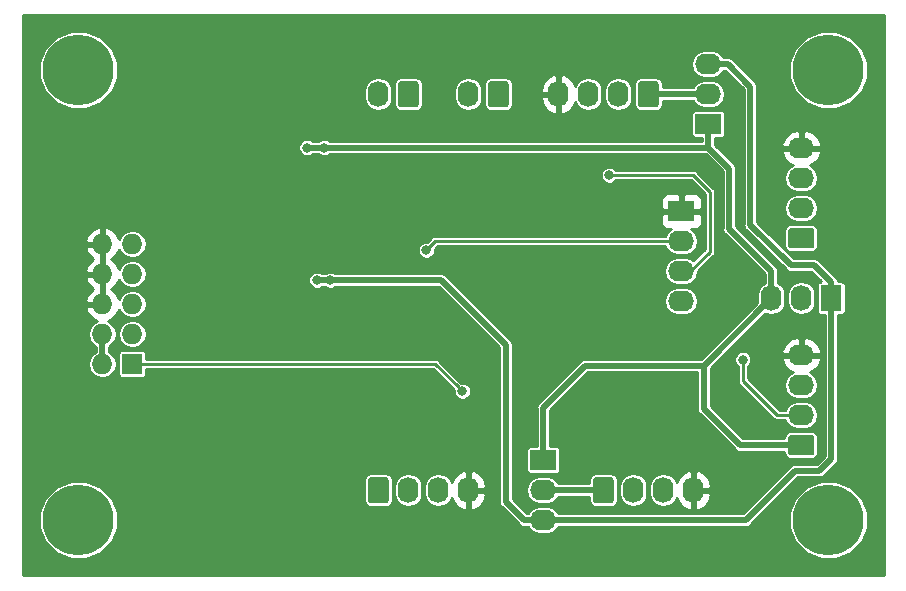
<source format=gbr>
G04 #@! TF.GenerationSoftware,KiCad,Pcbnew,5.0.2-bee76a0~70~ubuntu18.04.1*
G04 #@! TF.CreationDate,2019-01-29T20:40:36+01:00*
G04 #@! TF.ProjectId,main_board,6d61696e-5f62-46f6-9172-642e6b696361,rev?*
G04 #@! TF.SameCoordinates,Original*
G04 #@! TF.FileFunction,Copper,L2,Bot*
G04 #@! TF.FilePolarity,Positive*
%FSLAX46Y46*%
G04 Gerber Fmt 4.6, Leading zero omitted, Abs format (unit mm)*
G04 Created by KiCad (PCBNEW 5.0.2-bee76a0~70~ubuntu18.04.1) date Út 29. ledna 2019, 20:40:36 CET*
%MOMM*%
%LPD*%
G01*
G04 APERTURE LIST*
G04 #@! TA.AperFunction,ComponentPad*
%ADD10O,2.200000X1.740000*%
G04 #@! TD*
G04 #@! TA.AperFunction,ComponentPad*
%ADD11R,2.200000X1.740000*%
G04 #@! TD*
G04 #@! TA.AperFunction,ComponentPad*
%ADD12R,1.727200X1.727200*%
G04 #@! TD*
G04 #@! TA.AperFunction,ComponentPad*
%ADD13O,1.727200X1.727200*%
G04 #@! TD*
G04 #@! TA.AperFunction,ComponentPad*
%ADD14C,6.000000*%
G04 #@! TD*
G04 #@! TA.AperFunction,ComponentPad*
%ADD15O,1.740000X2.200000*%
G04 #@! TD*
G04 #@! TA.AperFunction,Conductor*
%ADD16C,0.100000*%
G04 #@! TD*
G04 #@! TA.AperFunction,ComponentPad*
%ADD17C,1.740000*%
G04 #@! TD*
G04 #@! TA.AperFunction,ComponentPad*
%ADD18R,1.740000X2.200000*%
G04 #@! TD*
G04 #@! TA.AperFunction,ViaPad*
%ADD19C,0.800000*%
G04 #@! TD*
G04 #@! TA.AperFunction,Conductor*
%ADD20C,0.500000*%
G04 #@! TD*
G04 #@! TA.AperFunction,Conductor*
%ADD21C,0.250000*%
G04 #@! TD*
G04 #@! TA.AperFunction,Conductor*
%ADD22C,0.254000*%
G04 #@! TD*
G04 APERTURE END LIST*
D10*
G04 #@! TO.P,SW1,3*
G04 #@! TO.N,+5V*
X147320000Y-117094000D03*
G04 #@! TO.P,SW1,2*
G04 #@! TO.N,Net-(J1-Pad1)*
X147320000Y-114554000D03*
D11*
G04 #@! TO.P,SW1,1*
G04 #@! TO.N,+3V3*
X147320000Y-112014000D03*
G04 #@! TD*
D12*
G04 #@! TO.P,J8,1*
G04 #@! TO.N,Net-(J8-Pad1)*
X112522000Y-103886000D03*
D13*
G04 #@! TO.P,J8,2*
G04 #@! TO.N,+5.5V*
X109982000Y-103886000D03*
G04 #@! TO.P,J8,3*
G04 #@! TO.N,Net-(J8-Pad3)*
X112522000Y-101346000D03*
G04 #@! TO.P,J8,4*
G04 #@! TO.N,+5.5V*
X109982000Y-101346000D03*
G04 #@! TO.P,J8,5*
G04 #@! TO.N,Net-(J8-Pad5)*
X112522000Y-98806000D03*
G04 #@! TO.P,J8,6*
G04 #@! TO.N,GND*
X109982000Y-98806000D03*
G04 #@! TO.P,J8,7*
G04 #@! TO.N,Net-(J8-Pad7)*
X112522000Y-96266000D03*
G04 #@! TO.P,J8,8*
G04 #@! TO.N,GND*
X109982000Y-96266000D03*
G04 #@! TO.P,J8,9*
G04 #@! TO.N,Net-(J8-Pad9)*
X112522000Y-93726000D03*
G04 #@! TO.P,J8,10*
G04 #@! TO.N,GND*
X109982000Y-93726000D03*
G04 #@! TD*
D11*
G04 #@! TO.P,J4,1*
G04 #@! TO.N,GND*
X159004000Y-90932000D03*
D10*
G04 #@! TO.P,J4,2*
G04 #@! TO.N,/~RST*
X159004000Y-93472000D03*
G04 #@! TO.P,J4,3*
G04 #@! TO.N,/SDCLK*
X159004000Y-96012000D03*
G04 #@! TO.P,J4,4*
G04 #@! TO.N,/SDWIO*
X159004000Y-98552000D03*
G04 #@! TD*
D11*
G04 #@! TO.P,SW2,1*
G04 #@! TO.N,+3V3*
X161290000Y-83566000D03*
D10*
G04 #@! TO.P,SW2,2*
G04 #@! TO.N,Net-(J3-Pad1)*
X161290000Y-81026000D03*
G04 #@! TO.P,SW2,3*
G04 #@! TO.N,+5V*
X161290000Y-78486000D03*
G04 #@! TD*
D14*
G04 #@! TO.P,N1,1*
G04 #@! TO.N,N/C*
X107950000Y-78994000D03*
G04 #@! TD*
G04 #@! TO.P,N2,1*
G04 #@! TO.N,N/C*
X171450000Y-78994000D03*
G04 #@! TD*
G04 #@! TO.P,N3,1*
G04 #@! TO.N,N/C*
X107950000Y-117094000D03*
G04 #@! TD*
G04 #@! TO.P,N4,1*
G04 #@! TO.N,N/C*
X171450000Y-117094000D03*
G04 #@! TD*
D15*
G04 #@! TO.P,J1,4*
G04 #@! TO.N,GND*
X160020000Y-114554000D03*
G04 #@! TO.P,J1,3*
G04 #@! TO.N,/UART3_RX*
X157480000Y-114554000D03*
G04 #@! TO.P,J1,2*
G04 #@! TO.N,/UART3_TX*
X154940000Y-114554000D03*
D16*
G04 #@! TD*
G04 #@! TO.N,Net-(J1-Pad1)*
G04 #@! TO.C,J1*
G36*
X153044000Y-113455207D02*
X153068323Y-113458814D01*
X153092174Y-113464789D01*
X153115326Y-113473073D01*
X153137554Y-113483586D01*
X153158644Y-113496227D01*
X153178394Y-113510874D01*
X153196613Y-113527387D01*
X153213126Y-113545606D01*
X153227773Y-113565356D01*
X153240414Y-113586446D01*
X153250927Y-113608674D01*
X153259211Y-113631826D01*
X153265186Y-113655677D01*
X153268793Y-113680000D01*
X153270000Y-113704559D01*
X153270000Y-115403441D01*
X153268793Y-115428000D01*
X153265186Y-115452323D01*
X153259211Y-115476174D01*
X153250927Y-115499326D01*
X153240414Y-115521554D01*
X153227773Y-115542644D01*
X153213126Y-115562394D01*
X153196613Y-115580613D01*
X153178394Y-115597126D01*
X153158644Y-115611773D01*
X153137554Y-115624414D01*
X153115326Y-115634927D01*
X153092174Y-115643211D01*
X153068323Y-115649186D01*
X153044000Y-115652793D01*
X153019441Y-115654000D01*
X151780559Y-115654000D01*
X151756000Y-115652793D01*
X151731677Y-115649186D01*
X151707826Y-115643211D01*
X151684674Y-115634927D01*
X151662446Y-115624414D01*
X151641356Y-115611773D01*
X151621606Y-115597126D01*
X151603387Y-115580613D01*
X151586874Y-115562394D01*
X151572227Y-115542644D01*
X151559586Y-115521554D01*
X151549073Y-115499326D01*
X151540789Y-115476174D01*
X151534814Y-115452323D01*
X151531207Y-115428000D01*
X151530000Y-115403441D01*
X151530000Y-113704559D01*
X151531207Y-113680000D01*
X151534814Y-113655677D01*
X151540789Y-113631826D01*
X151549073Y-113608674D01*
X151559586Y-113586446D01*
X151572227Y-113565356D01*
X151586874Y-113545606D01*
X151603387Y-113527387D01*
X151621606Y-113510874D01*
X151641356Y-113496227D01*
X151662446Y-113483586D01*
X151684674Y-113473073D01*
X151707826Y-113464789D01*
X151731677Y-113458814D01*
X151756000Y-113455207D01*
X151780559Y-113454000D01*
X153019441Y-113454000D01*
X153044000Y-113455207D01*
X153044000Y-113455207D01*
G37*
D17*
G04 #@! TO.P,J1,1*
G04 #@! TO.N,Net-(J1-Pad1)*
X152400000Y-114554000D03*
G04 #@! TD*
D16*
G04 #@! TO.N,+3V3*
G04 #@! TO.C,J2*
G36*
X170038000Y-109875207D02*
X170062323Y-109878814D01*
X170086174Y-109884789D01*
X170109326Y-109893073D01*
X170131554Y-109903586D01*
X170152644Y-109916227D01*
X170172394Y-109930874D01*
X170190613Y-109947387D01*
X170207126Y-109965606D01*
X170221773Y-109985356D01*
X170234414Y-110006446D01*
X170244927Y-110028674D01*
X170253211Y-110051826D01*
X170259186Y-110075677D01*
X170262793Y-110100000D01*
X170264000Y-110124559D01*
X170264000Y-111363441D01*
X170262793Y-111388000D01*
X170259186Y-111412323D01*
X170253211Y-111436174D01*
X170244927Y-111459326D01*
X170234414Y-111481554D01*
X170221773Y-111502644D01*
X170207126Y-111522394D01*
X170190613Y-111540613D01*
X170172394Y-111557126D01*
X170152644Y-111571773D01*
X170131554Y-111584414D01*
X170109326Y-111594927D01*
X170086174Y-111603211D01*
X170062323Y-111609186D01*
X170038000Y-111612793D01*
X170013441Y-111614000D01*
X168314559Y-111614000D01*
X168290000Y-111612793D01*
X168265677Y-111609186D01*
X168241826Y-111603211D01*
X168218674Y-111594927D01*
X168196446Y-111584414D01*
X168175356Y-111571773D01*
X168155606Y-111557126D01*
X168137387Y-111540613D01*
X168120874Y-111522394D01*
X168106227Y-111502644D01*
X168093586Y-111481554D01*
X168083073Y-111459326D01*
X168074789Y-111436174D01*
X168068814Y-111412323D01*
X168065207Y-111388000D01*
X168064000Y-111363441D01*
X168064000Y-110124559D01*
X168065207Y-110100000D01*
X168068814Y-110075677D01*
X168074789Y-110051826D01*
X168083073Y-110028674D01*
X168093586Y-110006446D01*
X168106227Y-109985356D01*
X168120874Y-109965606D01*
X168137387Y-109947387D01*
X168155606Y-109930874D01*
X168175356Y-109916227D01*
X168196446Y-109903586D01*
X168218674Y-109893073D01*
X168241826Y-109884789D01*
X168265677Y-109878814D01*
X168290000Y-109875207D01*
X168314559Y-109874000D01*
X170013441Y-109874000D01*
X170038000Y-109875207D01*
X170038000Y-109875207D01*
G37*
D17*
G04 #@! TD*
G04 #@! TO.P,J2,1*
G04 #@! TO.N,+3V3*
X169164000Y-110744000D03*
D10*
G04 #@! TO.P,J2,2*
G04 #@! TO.N,/SCL*
X169164000Y-108204000D03*
G04 #@! TO.P,J2,3*
G04 #@! TO.N,/SDA*
X169164000Y-105664000D03*
G04 #@! TO.P,J2,4*
G04 #@! TO.N,GND*
X169164000Y-103124000D03*
G04 #@! TD*
D16*
G04 #@! TO.N,Net-(J3-Pad1)*
G04 #@! TO.C,J3*
G36*
X156854000Y-79927207D02*
X156878323Y-79930814D01*
X156902174Y-79936789D01*
X156925326Y-79945073D01*
X156947554Y-79955586D01*
X156968644Y-79968227D01*
X156988394Y-79982874D01*
X157006613Y-79999387D01*
X157023126Y-80017606D01*
X157037773Y-80037356D01*
X157050414Y-80058446D01*
X157060927Y-80080674D01*
X157069211Y-80103826D01*
X157075186Y-80127677D01*
X157078793Y-80152000D01*
X157080000Y-80176559D01*
X157080000Y-81875441D01*
X157078793Y-81900000D01*
X157075186Y-81924323D01*
X157069211Y-81948174D01*
X157060927Y-81971326D01*
X157050414Y-81993554D01*
X157037773Y-82014644D01*
X157023126Y-82034394D01*
X157006613Y-82052613D01*
X156988394Y-82069126D01*
X156968644Y-82083773D01*
X156947554Y-82096414D01*
X156925326Y-82106927D01*
X156902174Y-82115211D01*
X156878323Y-82121186D01*
X156854000Y-82124793D01*
X156829441Y-82126000D01*
X155590559Y-82126000D01*
X155566000Y-82124793D01*
X155541677Y-82121186D01*
X155517826Y-82115211D01*
X155494674Y-82106927D01*
X155472446Y-82096414D01*
X155451356Y-82083773D01*
X155431606Y-82069126D01*
X155413387Y-82052613D01*
X155396874Y-82034394D01*
X155382227Y-82014644D01*
X155369586Y-81993554D01*
X155359073Y-81971326D01*
X155350789Y-81948174D01*
X155344814Y-81924323D01*
X155341207Y-81900000D01*
X155340000Y-81875441D01*
X155340000Y-80176559D01*
X155341207Y-80152000D01*
X155344814Y-80127677D01*
X155350789Y-80103826D01*
X155359073Y-80080674D01*
X155369586Y-80058446D01*
X155382227Y-80037356D01*
X155396874Y-80017606D01*
X155413387Y-79999387D01*
X155431606Y-79982874D01*
X155451356Y-79968227D01*
X155472446Y-79955586D01*
X155494674Y-79945073D01*
X155517826Y-79936789D01*
X155541677Y-79930814D01*
X155566000Y-79927207D01*
X155590559Y-79926000D01*
X156829441Y-79926000D01*
X156854000Y-79927207D01*
X156854000Y-79927207D01*
G37*
D17*
G04 #@! TD*
G04 #@! TO.P,J3,1*
G04 #@! TO.N,Net-(J3-Pad1)*
X156210000Y-81026000D03*
D15*
G04 #@! TO.P,J3,2*
G04 #@! TO.N,/UART5_TX*
X153670000Y-81026000D03*
G04 #@! TO.P,J3,3*
G04 #@! TO.N,/UART5_RX*
X151130000Y-81026000D03*
G04 #@! TO.P,J3,4*
G04 #@! TO.N,GND*
X148590000Y-81026000D03*
G04 #@! TD*
D10*
G04 #@! TO.P,J6,4*
G04 #@! TO.N,GND*
X169164000Y-85598000D03*
G04 #@! TO.P,J6,3*
G04 #@! TO.N,/UART1_RX*
X169164000Y-88138000D03*
G04 #@! TO.P,J6,2*
G04 #@! TO.N,/UART1_TX*
X169164000Y-90678000D03*
D16*
G04 #@! TD*
G04 #@! TO.N,Net-(J6-Pad1)*
G04 #@! TO.C,J6*
G36*
X170038000Y-92349207D02*
X170062323Y-92352814D01*
X170086174Y-92358789D01*
X170109326Y-92367073D01*
X170131554Y-92377586D01*
X170152644Y-92390227D01*
X170172394Y-92404874D01*
X170190613Y-92421387D01*
X170207126Y-92439606D01*
X170221773Y-92459356D01*
X170234414Y-92480446D01*
X170244927Y-92502674D01*
X170253211Y-92525826D01*
X170259186Y-92549677D01*
X170262793Y-92574000D01*
X170264000Y-92598559D01*
X170264000Y-93837441D01*
X170262793Y-93862000D01*
X170259186Y-93886323D01*
X170253211Y-93910174D01*
X170244927Y-93933326D01*
X170234414Y-93955554D01*
X170221773Y-93976644D01*
X170207126Y-93996394D01*
X170190613Y-94014613D01*
X170172394Y-94031126D01*
X170152644Y-94045773D01*
X170131554Y-94058414D01*
X170109326Y-94068927D01*
X170086174Y-94077211D01*
X170062323Y-94083186D01*
X170038000Y-94086793D01*
X170013441Y-94088000D01*
X168314559Y-94088000D01*
X168290000Y-94086793D01*
X168265677Y-94083186D01*
X168241826Y-94077211D01*
X168218674Y-94068927D01*
X168196446Y-94058414D01*
X168175356Y-94045773D01*
X168155606Y-94031126D01*
X168137387Y-94014613D01*
X168120874Y-93996394D01*
X168106227Y-93976644D01*
X168093586Y-93955554D01*
X168083073Y-93933326D01*
X168074789Y-93910174D01*
X168068814Y-93886323D01*
X168065207Y-93862000D01*
X168064000Y-93837441D01*
X168064000Y-92598559D01*
X168065207Y-92574000D01*
X168068814Y-92549677D01*
X168074789Y-92525826D01*
X168083073Y-92502674D01*
X168093586Y-92480446D01*
X168106227Y-92459356D01*
X168120874Y-92439606D01*
X168137387Y-92421387D01*
X168155606Y-92404874D01*
X168175356Y-92390227D01*
X168196446Y-92377586D01*
X168218674Y-92367073D01*
X168241826Y-92358789D01*
X168265677Y-92352814D01*
X168290000Y-92349207D01*
X168314559Y-92348000D01*
X170013441Y-92348000D01*
X170038000Y-92349207D01*
X170038000Y-92349207D01*
G37*
D17*
G04 #@! TO.P,J6,1*
G04 #@! TO.N,Net-(J6-Pad1)*
X169164000Y-93218000D03*
G04 #@! TD*
D18*
G04 #@! TO.P,SW5,1*
G04 #@! TO.N,+5V*
X171704000Y-98298000D03*
D15*
G04 #@! TO.P,SW5,2*
G04 #@! TO.N,Net-(J6-Pad1)*
X169164000Y-98298000D03*
G04 #@! TO.P,SW5,3*
G04 #@! TO.N,+3V3*
X166624000Y-98298000D03*
G04 #@! TD*
D16*
G04 #@! TO.N,+3V3*
G04 #@! TO.C,J5*
G36*
X133994000Y-113455207D02*
X134018323Y-113458814D01*
X134042174Y-113464789D01*
X134065326Y-113473073D01*
X134087554Y-113483586D01*
X134108644Y-113496227D01*
X134128394Y-113510874D01*
X134146613Y-113527387D01*
X134163126Y-113545606D01*
X134177773Y-113565356D01*
X134190414Y-113586446D01*
X134200927Y-113608674D01*
X134209211Y-113631826D01*
X134215186Y-113655677D01*
X134218793Y-113680000D01*
X134220000Y-113704559D01*
X134220000Y-115403441D01*
X134218793Y-115428000D01*
X134215186Y-115452323D01*
X134209211Y-115476174D01*
X134200927Y-115499326D01*
X134190414Y-115521554D01*
X134177773Y-115542644D01*
X134163126Y-115562394D01*
X134146613Y-115580613D01*
X134128394Y-115597126D01*
X134108644Y-115611773D01*
X134087554Y-115624414D01*
X134065326Y-115634927D01*
X134042174Y-115643211D01*
X134018323Y-115649186D01*
X133994000Y-115652793D01*
X133969441Y-115654000D01*
X132730559Y-115654000D01*
X132706000Y-115652793D01*
X132681677Y-115649186D01*
X132657826Y-115643211D01*
X132634674Y-115634927D01*
X132612446Y-115624414D01*
X132591356Y-115611773D01*
X132571606Y-115597126D01*
X132553387Y-115580613D01*
X132536874Y-115562394D01*
X132522227Y-115542644D01*
X132509586Y-115521554D01*
X132499073Y-115499326D01*
X132490789Y-115476174D01*
X132484814Y-115452323D01*
X132481207Y-115428000D01*
X132480000Y-115403441D01*
X132480000Y-113704559D01*
X132481207Y-113680000D01*
X132484814Y-113655677D01*
X132490789Y-113631826D01*
X132499073Y-113608674D01*
X132509586Y-113586446D01*
X132522227Y-113565356D01*
X132536874Y-113545606D01*
X132553387Y-113527387D01*
X132571606Y-113510874D01*
X132591356Y-113496227D01*
X132612446Y-113483586D01*
X132634674Y-113473073D01*
X132657826Y-113464789D01*
X132681677Y-113458814D01*
X132706000Y-113455207D01*
X132730559Y-113454000D01*
X133969441Y-113454000D01*
X133994000Y-113455207D01*
X133994000Y-113455207D01*
G37*
D17*
G04 #@! TD*
G04 #@! TO.P,J5,1*
G04 #@! TO.N,+3V3*
X133350000Y-114554000D03*
D15*
G04 #@! TO.P,J5,2*
G04 #@! TO.N,/UART2_TX*
X135890000Y-114554000D03*
G04 #@! TO.P,J5,3*
G04 #@! TO.N,/UART2_RX*
X138430000Y-114554000D03*
G04 #@! TO.P,J5,4*
G04 #@! TO.N,GND*
X140970000Y-114554000D03*
G04 #@! TD*
G04 #@! TO.P,J7,2*
G04 #@! TO.N,Net-(J7-Pad2)*
X140970000Y-81026000D03*
D16*
G04 #@! TD*
G04 #@! TO.N,Net-(J7-Pad1)*
G04 #@! TO.C,J7*
G36*
X144154000Y-79927207D02*
X144178323Y-79930814D01*
X144202174Y-79936789D01*
X144225326Y-79945073D01*
X144247554Y-79955586D01*
X144268644Y-79968227D01*
X144288394Y-79982874D01*
X144306613Y-79999387D01*
X144323126Y-80017606D01*
X144337773Y-80037356D01*
X144350414Y-80058446D01*
X144360927Y-80080674D01*
X144369211Y-80103826D01*
X144375186Y-80127677D01*
X144378793Y-80152000D01*
X144380000Y-80176559D01*
X144380000Y-81875441D01*
X144378793Y-81900000D01*
X144375186Y-81924323D01*
X144369211Y-81948174D01*
X144360927Y-81971326D01*
X144350414Y-81993554D01*
X144337773Y-82014644D01*
X144323126Y-82034394D01*
X144306613Y-82052613D01*
X144288394Y-82069126D01*
X144268644Y-82083773D01*
X144247554Y-82096414D01*
X144225326Y-82106927D01*
X144202174Y-82115211D01*
X144178323Y-82121186D01*
X144154000Y-82124793D01*
X144129441Y-82126000D01*
X142890559Y-82126000D01*
X142866000Y-82124793D01*
X142841677Y-82121186D01*
X142817826Y-82115211D01*
X142794674Y-82106927D01*
X142772446Y-82096414D01*
X142751356Y-82083773D01*
X142731606Y-82069126D01*
X142713387Y-82052613D01*
X142696874Y-82034394D01*
X142682227Y-82014644D01*
X142669586Y-81993554D01*
X142659073Y-81971326D01*
X142650789Y-81948174D01*
X142644814Y-81924323D01*
X142641207Y-81900000D01*
X142640000Y-81875441D01*
X142640000Y-80176559D01*
X142641207Y-80152000D01*
X142644814Y-80127677D01*
X142650789Y-80103826D01*
X142659073Y-80080674D01*
X142669586Y-80058446D01*
X142682227Y-80037356D01*
X142696874Y-80017606D01*
X142713387Y-79999387D01*
X142731606Y-79982874D01*
X142751356Y-79968227D01*
X142772446Y-79955586D01*
X142794674Y-79945073D01*
X142817826Y-79936789D01*
X142841677Y-79930814D01*
X142866000Y-79927207D01*
X142890559Y-79926000D01*
X144129441Y-79926000D01*
X144154000Y-79927207D01*
X144154000Y-79927207D01*
G37*
D17*
G04 #@! TO.P,J7,1*
G04 #@! TO.N,Net-(J7-Pad1)*
X143510000Y-81026000D03*
G04 #@! TD*
D16*
G04 #@! TO.N,Net-(J9-Pad1)*
G04 #@! TO.C,J9*
G36*
X136534000Y-79927207D02*
X136558323Y-79930814D01*
X136582174Y-79936789D01*
X136605326Y-79945073D01*
X136627554Y-79955586D01*
X136648644Y-79968227D01*
X136668394Y-79982874D01*
X136686613Y-79999387D01*
X136703126Y-80017606D01*
X136717773Y-80037356D01*
X136730414Y-80058446D01*
X136740927Y-80080674D01*
X136749211Y-80103826D01*
X136755186Y-80127677D01*
X136758793Y-80152000D01*
X136760000Y-80176559D01*
X136760000Y-81875441D01*
X136758793Y-81900000D01*
X136755186Y-81924323D01*
X136749211Y-81948174D01*
X136740927Y-81971326D01*
X136730414Y-81993554D01*
X136717773Y-82014644D01*
X136703126Y-82034394D01*
X136686613Y-82052613D01*
X136668394Y-82069126D01*
X136648644Y-82083773D01*
X136627554Y-82096414D01*
X136605326Y-82106927D01*
X136582174Y-82115211D01*
X136558323Y-82121186D01*
X136534000Y-82124793D01*
X136509441Y-82126000D01*
X135270559Y-82126000D01*
X135246000Y-82124793D01*
X135221677Y-82121186D01*
X135197826Y-82115211D01*
X135174674Y-82106927D01*
X135152446Y-82096414D01*
X135131356Y-82083773D01*
X135111606Y-82069126D01*
X135093387Y-82052613D01*
X135076874Y-82034394D01*
X135062227Y-82014644D01*
X135049586Y-81993554D01*
X135039073Y-81971326D01*
X135030789Y-81948174D01*
X135024814Y-81924323D01*
X135021207Y-81900000D01*
X135020000Y-81875441D01*
X135020000Y-80176559D01*
X135021207Y-80152000D01*
X135024814Y-80127677D01*
X135030789Y-80103826D01*
X135039073Y-80080674D01*
X135049586Y-80058446D01*
X135062227Y-80037356D01*
X135076874Y-80017606D01*
X135093387Y-79999387D01*
X135111606Y-79982874D01*
X135131356Y-79968227D01*
X135152446Y-79955586D01*
X135174674Y-79945073D01*
X135197826Y-79936789D01*
X135221677Y-79930814D01*
X135246000Y-79927207D01*
X135270559Y-79926000D01*
X136509441Y-79926000D01*
X136534000Y-79927207D01*
X136534000Y-79927207D01*
G37*
D17*
G04 #@! TD*
G04 #@! TO.P,J9,1*
G04 #@! TO.N,Net-(J9-Pad1)*
X135890000Y-81026000D03*
D15*
G04 #@! TO.P,J9,2*
G04 #@! TO.N,Net-(J9-Pad2)*
X133350000Y-81026000D03*
G04 #@! TD*
D19*
G04 #@! TO.N,GND*
X146050000Y-96139000D03*
X149225000Y-96139000D03*
X149225000Y-99314000D03*
X146050000Y-99314000D03*
X116586000Y-106680000D03*
X121412000Y-98552000D03*
X127000000Y-100330000D03*
G04 #@! TO.N,+5V*
X129286000Y-96774000D03*
X128143000Y-96774000D03*
G04 #@! TO.N,+3V3*
X128778000Y-85547200D03*
X127304800Y-85547200D03*
G04 #@! TO.N,/SCL*
X164211000Y-103505000D03*
G04 #@! TO.N,/~RST*
X137414000Y-94234000D03*
G04 #@! TO.N,/SDCLK*
X152908000Y-87884000D03*
G04 #@! TO.N,Net-(J8-Pad1)*
X140462000Y-106172000D03*
G04 #@! TD*
D20*
G04 #@! TO.N,+5V*
X162941000Y-78486000D02*
X164846000Y-80391000D01*
X161290000Y-78486000D02*
X162941000Y-78486000D01*
X164846000Y-80391000D02*
X164846000Y-92075000D01*
X168275000Y-95504000D02*
X170260000Y-95504000D01*
X171704000Y-96948000D02*
X171704000Y-98298000D01*
X164846000Y-92075000D02*
X168275000Y-95504000D01*
X170260000Y-95504000D02*
X171704000Y-96948000D01*
X129286000Y-96774000D02*
X128143000Y-96774000D01*
X129851685Y-96774000D02*
X129286000Y-96774000D01*
X138684000Y-96774000D02*
X129851685Y-96774000D01*
X144145000Y-115570000D02*
X144145000Y-102235000D01*
X144145000Y-102235000D02*
X138684000Y-96774000D01*
X147320000Y-117094000D02*
X145669000Y-117094000D01*
X145669000Y-117094000D02*
X144145000Y-115570000D01*
X171704000Y-111887000D02*
X171704000Y-98298000D01*
X170688000Y-112903000D02*
X171704000Y-111887000D01*
X168656000Y-112903000D02*
X170688000Y-112903000D01*
X147320000Y-117094000D02*
X164465000Y-117094000D01*
X164465000Y-117094000D02*
X168656000Y-112903000D01*
G04 #@! TO.N,+3V3*
X168402000Y-110744000D02*
X169164000Y-110744000D01*
X147320000Y-112014000D02*
X147320000Y-107569000D01*
X147320000Y-107569000D02*
X150876000Y-104013000D01*
X150876000Y-104013000D02*
X160909000Y-104013000D01*
X160909000Y-104013000D02*
X166624000Y-98298000D01*
X160909000Y-104013000D02*
X160909000Y-107696000D01*
X160909000Y-107696000D02*
X163957000Y-110744000D01*
X163957000Y-110744000D02*
X169164000Y-110744000D01*
X130302000Y-85547200D02*
X128778000Y-85547200D01*
X161290000Y-83566000D02*
X161290000Y-85496400D01*
X161239200Y-85547200D02*
X130302000Y-85547200D01*
X161290000Y-85496400D02*
X161239200Y-85547200D01*
X163068000Y-92456000D02*
X166624000Y-96012000D01*
X163068000Y-87325200D02*
X163068000Y-92456000D01*
X161290000Y-83566000D02*
X161290000Y-85547200D01*
X166624000Y-96012000D02*
X166624000Y-98298000D01*
X161290000Y-85547200D02*
X163068000Y-87325200D01*
X127304800Y-85547200D02*
X128778000Y-85547200D01*
G04 #@! TO.N,Net-(J1-Pad1)*
X148522081Y-114554000D02*
X152400000Y-114554000D01*
X147320000Y-114554000D02*
X148522081Y-114554000D01*
D21*
G04 #@! TO.N,/SCL*
X164211000Y-105283000D02*
X164211000Y-103505000D01*
X169164000Y-108204000D02*
X167132000Y-108204000D01*
X167132000Y-108204000D02*
X164211000Y-105283000D01*
D20*
G04 #@! TO.N,Net-(J3-Pad1)*
X161290000Y-81026000D02*
X156210000Y-81026000D01*
D21*
G04 #@! TO.N,/~RST*
X159004000Y-93472000D02*
X138176000Y-93472000D01*
X137813999Y-93834001D02*
X137414000Y-94234000D01*
X138176000Y-93472000D02*
X137813999Y-93834001D01*
G04 #@! TO.N,/SDCLK*
X160020000Y-87884000D02*
X153473685Y-87884000D01*
X153473685Y-87884000D02*
X152908000Y-87884000D01*
X161417000Y-94361000D02*
X161417000Y-89281000D01*
X159004000Y-96012000D02*
X159766000Y-96012000D01*
X161417000Y-89281000D02*
X160020000Y-87884000D01*
X159766000Y-96012000D02*
X161417000Y-94361000D01*
D20*
G04 #@! TO.N,+5.5V*
X109982000Y-101346000D02*
X109982000Y-103886000D01*
D21*
G04 #@! TO.N,Net-(J8-Pad1)*
X140062001Y-105772001D02*
X140462000Y-106172000D01*
X138176000Y-103886000D02*
X140062001Y-105772001D01*
X112522000Y-103886000D02*
X138176000Y-103886000D01*
G04 #@! TD*
D22*
G04 #@! TO.N,GND*
G36*
X176128001Y-121772000D02*
X103272000Y-121772000D01*
X103272000Y-116432219D01*
X104623000Y-116432219D01*
X104623000Y-117755781D01*
X105129505Y-118978594D01*
X106065406Y-119914495D01*
X107288219Y-120421000D01*
X108611781Y-120421000D01*
X109834594Y-119914495D01*
X110770495Y-118978594D01*
X111277000Y-117755781D01*
X111277000Y-116432219D01*
X110770495Y-115209406D01*
X109834594Y-114273505D01*
X108611781Y-113767000D01*
X107288219Y-113767000D01*
X106065406Y-114273505D01*
X105129505Y-115209406D01*
X104623000Y-116432219D01*
X103272000Y-116432219D01*
X103272000Y-113704559D01*
X132146594Y-113704559D01*
X132146594Y-115403441D01*
X132191046Y-115626915D01*
X132317633Y-115816367D01*
X132507085Y-115942954D01*
X132730559Y-115987406D01*
X133969441Y-115987406D01*
X134192915Y-115942954D01*
X134382367Y-115816367D01*
X134508954Y-115626915D01*
X134553406Y-115403441D01*
X134553406Y-114206110D01*
X134693000Y-114206110D01*
X134693000Y-114901891D01*
X134762451Y-115251046D01*
X135027013Y-115646988D01*
X135422955Y-115911549D01*
X135890000Y-116004450D01*
X136357046Y-115911549D01*
X136752988Y-115646988D01*
X137017549Y-115251045D01*
X137087000Y-114901890D01*
X137087000Y-114206110D01*
X137233000Y-114206110D01*
X137233000Y-114901891D01*
X137302451Y-115251046D01*
X137567013Y-115646988D01*
X137962955Y-115911549D01*
X138430000Y-116004450D01*
X138897046Y-115911549D01*
X139292988Y-115646988D01*
X139557549Y-115251045D01*
X139558825Y-115244630D01*
X139629266Y-115484802D01*
X139999509Y-115944533D01*
X140517500Y-116227584D01*
X140609969Y-116245302D01*
X140843000Y-116124246D01*
X140843000Y-114681000D01*
X141097000Y-114681000D01*
X141097000Y-116124246D01*
X141330031Y-116245302D01*
X141422500Y-116227584D01*
X141940491Y-115944533D01*
X142310734Y-115484802D01*
X142476862Y-114918380D01*
X142320582Y-114681000D01*
X141097000Y-114681000D01*
X140843000Y-114681000D01*
X140823000Y-114681000D01*
X140823000Y-114427000D01*
X140843000Y-114427000D01*
X140843000Y-112983754D01*
X141097000Y-112983754D01*
X141097000Y-114427000D01*
X142320582Y-114427000D01*
X142476862Y-114189620D01*
X142310734Y-113623198D01*
X141940491Y-113163467D01*
X141422500Y-112880416D01*
X141330031Y-112862698D01*
X141097000Y-112983754D01*
X140843000Y-112983754D01*
X140609969Y-112862698D01*
X140517500Y-112880416D01*
X139999509Y-113163467D01*
X139629266Y-113623198D01*
X139558825Y-113863370D01*
X139557549Y-113856954D01*
X139292988Y-113461012D01*
X138897045Y-113196451D01*
X138430000Y-113103550D01*
X137962954Y-113196451D01*
X137567012Y-113461012D01*
X137302451Y-113856955D01*
X137233000Y-114206110D01*
X137087000Y-114206110D01*
X137087000Y-114206109D01*
X137017549Y-113856954D01*
X136752988Y-113461012D01*
X136357045Y-113196451D01*
X135890000Y-113103550D01*
X135422954Y-113196451D01*
X135027012Y-113461012D01*
X134762451Y-113856955D01*
X134693000Y-114206110D01*
X134553406Y-114206110D01*
X134553406Y-113704559D01*
X134508954Y-113481085D01*
X134382367Y-113291633D01*
X134192915Y-113165046D01*
X133969441Y-113120594D01*
X132730559Y-113120594D01*
X132507085Y-113165046D01*
X132317633Y-113291633D01*
X132191046Y-113481085D01*
X132146594Y-113704559D01*
X103272000Y-113704559D01*
X103272000Y-99165026D01*
X108527042Y-99165026D01*
X108699312Y-99580947D01*
X109093510Y-100012821D01*
X109536876Y-100220616D01*
X109517451Y-100224480D01*
X109123625Y-100487625D01*
X108860480Y-100881451D01*
X108768075Y-101346000D01*
X108860480Y-101810549D01*
X109123625Y-102204375D01*
X109405000Y-102392383D01*
X109405001Y-102839617D01*
X109123625Y-103027625D01*
X108860480Y-103421451D01*
X108768075Y-103886000D01*
X108860480Y-104350549D01*
X109123625Y-104744375D01*
X109517451Y-105007520D01*
X109864738Y-105076600D01*
X110099262Y-105076600D01*
X110446549Y-105007520D01*
X110840375Y-104744375D01*
X111103520Y-104350549D01*
X111195925Y-103886000D01*
X111103520Y-103421451D01*
X110840375Y-103027625D01*
X110832556Y-103022400D01*
X111324994Y-103022400D01*
X111324994Y-104749600D01*
X111350373Y-104877189D01*
X111422646Y-104985354D01*
X111530811Y-105057627D01*
X111658400Y-105083006D01*
X113385600Y-105083006D01*
X113513189Y-105057627D01*
X113621354Y-104985354D01*
X113693627Y-104877189D01*
X113719006Y-104749600D01*
X113719006Y-104338000D01*
X137988776Y-104338000D01*
X139735000Y-106084225D01*
X139735000Y-106316609D01*
X139845679Y-106583813D01*
X140050187Y-106788321D01*
X140317391Y-106899000D01*
X140606609Y-106899000D01*
X140873813Y-106788321D01*
X141078321Y-106583813D01*
X141189000Y-106316609D01*
X141189000Y-106027391D01*
X141078321Y-105760187D01*
X140873813Y-105555679D01*
X140606609Y-105445000D01*
X140374225Y-105445000D01*
X138527093Y-103597869D01*
X138501874Y-103560126D01*
X138352362Y-103460225D01*
X138220518Y-103434000D01*
X138176000Y-103425145D01*
X138131482Y-103434000D01*
X113719006Y-103434000D01*
X113719006Y-103022400D01*
X113693627Y-102894811D01*
X113621354Y-102786646D01*
X113513189Y-102714373D01*
X113385600Y-102688994D01*
X111658400Y-102688994D01*
X111530811Y-102714373D01*
X111422646Y-102786646D01*
X111350373Y-102894811D01*
X111324994Y-103022400D01*
X110832556Y-103022400D01*
X110559000Y-102839617D01*
X110559000Y-102392383D01*
X110840375Y-102204375D01*
X111103520Y-101810549D01*
X111195925Y-101346000D01*
X111308075Y-101346000D01*
X111400480Y-101810549D01*
X111663625Y-102204375D01*
X112057451Y-102467520D01*
X112404738Y-102536600D01*
X112639262Y-102536600D01*
X112986549Y-102467520D01*
X113380375Y-102204375D01*
X113643520Y-101810549D01*
X113735925Y-101346000D01*
X113643520Y-100881451D01*
X113380375Y-100487625D01*
X112986549Y-100224480D01*
X112639262Y-100155400D01*
X112404738Y-100155400D01*
X112057451Y-100224480D01*
X111663625Y-100487625D01*
X111400480Y-100881451D01*
X111308075Y-101346000D01*
X111195925Y-101346000D01*
X111103520Y-100881451D01*
X110840375Y-100487625D01*
X110446549Y-100224480D01*
X110427124Y-100220616D01*
X110870490Y-100012821D01*
X111264688Y-99580947D01*
X111398135Y-99258759D01*
X111400480Y-99270549D01*
X111663625Y-99664375D01*
X112057451Y-99927520D01*
X112404738Y-99996600D01*
X112639262Y-99996600D01*
X112986549Y-99927520D01*
X113380375Y-99664375D01*
X113643520Y-99270549D01*
X113735925Y-98806000D01*
X113643520Y-98341451D01*
X113380375Y-97947625D01*
X112986549Y-97684480D01*
X112639262Y-97615400D01*
X112404738Y-97615400D01*
X112057451Y-97684480D01*
X111663625Y-97947625D01*
X111400480Y-98341451D01*
X111398135Y-98353241D01*
X111264688Y-98031053D01*
X110870490Y-97599179D01*
X110735687Y-97536000D01*
X110870490Y-97472821D01*
X111264688Y-97040947D01*
X111398135Y-96718759D01*
X111400480Y-96730549D01*
X111663625Y-97124375D01*
X112057451Y-97387520D01*
X112404738Y-97456600D01*
X112639262Y-97456600D01*
X112986549Y-97387520D01*
X113380375Y-97124375D01*
X113643520Y-96730549D01*
X113663641Y-96629391D01*
X127416000Y-96629391D01*
X127416000Y-96918609D01*
X127526679Y-97185813D01*
X127731187Y-97390321D01*
X127998391Y-97501000D01*
X128287609Y-97501000D01*
X128554813Y-97390321D01*
X128594134Y-97351000D01*
X128834866Y-97351000D01*
X128874187Y-97390321D01*
X129141391Y-97501000D01*
X129430609Y-97501000D01*
X129697813Y-97390321D01*
X129737134Y-97351000D01*
X138445000Y-97351000D01*
X143568001Y-102474002D01*
X143568000Y-115513172D01*
X143556696Y-115570000D01*
X143568000Y-115626828D01*
X143601478Y-115795133D01*
X143729006Y-115985994D01*
X143777188Y-116018188D01*
X145220814Y-117461815D01*
X145253006Y-117509994D01*
X145443866Y-117637522D01*
X145612171Y-117671000D01*
X145668999Y-117682304D01*
X145725827Y-117671000D01*
X146035920Y-117671000D01*
X146227012Y-117956988D01*
X146622954Y-118221549D01*
X146972109Y-118291000D01*
X147667891Y-118291000D01*
X148017046Y-118221549D01*
X148412988Y-117956988D01*
X148604080Y-117671000D01*
X164408172Y-117671000D01*
X164465000Y-117682304D01*
X164521828Y-117671000D01*
X164521829Y-117671000D01*
X164690134Y-117637522D01*
X164880994Y-117509994D01*
X164913188Y-117461812D01*
X165942781Y-116432219D01*
X168123000Y-116432219D01*
X168123000Y-117755781D01*
X168629505Y-118978594D01*
X169565406Y-119914495D01*
X170788219Y-120421000D01*
X172111781Y-120421000D01*
X173334594Y-119914495D01*
X174270495Y-118978594D01*
X174777000Y-117755781D01*
X174777000Y-116432219D01*
X174270495Y-115209406D01*
X173334594Y-114273505D01*
X172111781Y-113767000D01*
X170788219Y-113767000D01*
X169565406Y-114273505D01*
X168629505Y-115209406D01*
X168123000Y-116432219D01*
X165942781Y-116432219D01*
X168895001Y-113480000D01*
X170631172Y-113480000D01*
X170688000Y-113491304D01*
X170744828Y-113480000D01*
X170744829Y-113480000D01*
X170913134Y-113446522D01*
X171103994Y-113318994D01*
X171136188Y-113270812D01*
X172071815Y-112335186D01*
X172119994Y-112302994D01*
X172247522Y-112112134D01*
X172281000Y-111943829D01*
X172281000Y-111943828D01*
X172292304Y-111887000D01*
X172281000Y-111830172D01*
X172281000Y-99731406D01*
X172574000Y-99731406D01*
X172701589Y-99706027D01*
X172809754Y-99633754D01*
X172882027Y-99525589D01*
X172907406Y-99398000D01*
X172907406Y-97198000D01*
X172882027Y-97070411D01*
X172809754Y-96962246D01*
X172701589Y-96889973D01*
X172574000Y-96864594D01*
X172275713Y-96864594D01*
X172257693Y-96774000D01*
X172247522Y-96722866D01*
X172119994Y-96532006D01*
X172071815Y-96499814D01*
X170708188Y-95136188D01*
X170675994Y-95088006D01*
X170485134Y-94960478D01*
X170316829Y-94927000D01*
X170316828Y-94927000D01*
X170260000Y-94915696D01*
X170203172Y-94927000D01*
X168514001Y-94927000D01*
X166185560Y-92598559D01*
X167730594Y-92598559D01*
X167730594Y-93837441D01*
X167775046Y-94060915D01*
X167901633Y-94250367D01*
X168091085Y-94376954D01*
X168314559Y-94421406D01*
X170013441Y-94421406D01*
X170236915Y-94376954D01*
X170426367Y-94250367D01*
X170552954Y-94060915D01*
X170597406Y-93837441D01*
X170597406Y-92598559D01*
X170552954Y-92375085D01*
X170426367Y-92185633D01*
X170236915Y-92059046D01*
X170013441Y-92014594D01*
X168314559Y-92014594D01*
X168091085Y-92059046D01*
X167901633Y-92185633D01*
X167775046Y-92375085D01*
X167730594Y-92598559D01*
X166185560Y-92598559D01*
X165423000Y-91836000D01*
X165423000Y-90678000D01*
X167713550Y-90678000D01*
X167806451Y-91145046D01*
X168071012Y-91540988D01*
X168466954Y-91805549D01*
X168816109Y-91875000D01*
X169511891Y-91875000D01*
X169861046Y-91805549D01*
X170256988Y-91540988D01*
X170521549Y-91145046D01*
X170614450Y-90678000D01*
X170521549Y-90210954D01*
X170256988Y-89815012D01*
X169861046Y-89550451D01*
X169511891Y-89481000D01*
X168816109Y-89481000D01*
X168466954Y-89550451D01*
X168071012Y-89815012D01*
X167806451Y-90210954D01*
X167713550Y-90678000D01*
X165423000Y-90678000D01*
X165423000Y-85958031D01*
X167472698Y-85958031D01*
X167490416Y-86050500D01*
X167773467Y-86568491D01*
X168233198Y-86938734D01*
X168473370Y-87009175D01*
X168466954Y-87010451D01*
X168071012Y-87275012D01*
X167806451Y-87670954D01*
X167713550Y-88138000D01*
X167806451Y-88605046D01*
X168071012Y-89000988D01*
X168466954Y-89265549D01*
X168816109Y-89335000D01*
X169511891Y-89335000D01*
X169861046Y-89265549D01*
X170256988Y-89000988D01*
X170521549Y-88605046D01*
X170614450Y-88138000D01*
X170521549Y-87670954D01*
X170256988Y-87275012D01*
X169861046Y-87010451D01*
X169854630Y-87009175D01*
X170094802Y-86938734D01*
X170554533Y-86568491D01*
X170837584Y-86050500D01*
X170855302Y-85958031D01*
X170734246Y-85725000D01*
X169291000Y-85725000D01*
X169291000Y-85745000D01*
X169037000Y-85745000D01*
X169037000Y-85725000D01*
X167593754Y-85725000D01*
X167472698Y-85958031D01*
X165423000Y-85958031D01*
X165423000Y-85237969D01*
X167472698Y-85237969D01*
X167593754Y-85471000D01*
X169037000Y-85471000D01*
X169037000Y-84247418D01*
X169291000Y-84247418D01*
X169291000Y-85471000D01*
X170734246Y-85471000D01*
X170855302Y-85237969D01*
X170837584Y-85145500D01*
X170554533Y-84627509D01*
X170094802Y-84257266D01*
X169528380Y-84091138D01*
X169291000Y-84247418D01*
X169037000Y-84247418D01*
X168799620Y-84091138D01*
X168233198Y-84257266D01*
X167773467Y-84627509D01*
X167490416Y-85145500D01*
X167472698Y-85237969D01*
X165423000Y-85237969D01*
X165423000Y-80447828D01*
X165434304Y-80391000D01*
X165421962Y-80328954D01*
X165389522Y-80165866D01*
X165261994Y-79975006D01*
X165213815Y-79942814D01*
X163603220Y-78332219D01*
X168123000Y-78332219D01*
X168123000Y-79655781D01*
X168629505Y-80878594D01*
X169565406Y-81814495D01*
X170788219Y-82321000D01*
X172111781Y-82321000D01*
X173334594Y-81814495D01*
X174270495Y-80878594D01*
X174777000Y-79655781D01*
X174777000Y-78332219D01*
X174270495Y-77109406D01*
X173334594Y-76173505D01*
X172111781Y-75667000D01*
X170788219Y-75667000D01*
X169565406Y-76173505D01*
X168629505Y-77109406D01*
X168123000Y-78332219D01*
X163603220Y-78332219D01*
X163389188Y-78118188D01*
X163356994Y-78070006D01*
X163166134Y-77942478D01*
X162997829Y-77909000D01*
X162997828Y-77909000D01*
X162941000Y-77897696D01*
X162884172Y-77909000D01*
X162574080Y-77909000D01*
X162382988Y-77623012D01*
X161987046Y-77358451D01*
X161637891Y-77289000D01*
X160942109Y-77289000D01*
X160592954Y-77358451D01*
X160197012Y-77623012D01*
X159932451Y-78018954D01*
X159839550Y-78486000D01*
X159932451Y-78953046D01*
X160197012Y-79348988D01*
X160592954Y-79613549D01*
X160942109Y-79683000D01*
X161637891Y-79683000D01*
X161987046Y-79613549D01*
X162382988Y-79348988D01*
X162574080Y-79063000D01*
X162702000Y-79063000D01*
X164269000Y-80630001D01*
X164269001Y-92018167D01*
X164257696Y-92075000D01*
X164298126Y-92278250D01*
X164302479Y-92300134D01*
X164430007Y-92490994D01*
X164478186Y-92523186D01*
X167826814Y-95871815D01*
X167859006Y-95919994D01*
X168049866Y-96047522D01*
X168218171Y-96081000D01*
X168274999Y-96092304D01*
X168331827Y-96081000D01*
X170021000Y-96081000D01*
X170809472Y-96869473D01*
X170706411Y-96889973D01*
X170598246Y-96962246D01*
X170525973Y-97070411D01*
X170500594Y-97198000D01*
X170500594Y-99398000D01*
X170525973Y-99525589D01*
X170598246Y-99633754D01*
X170706411Y-99706027D01*
X170834000Y-99731406D01*
X171127001Y-99731406D01*
X171127000Y-111647999D01*
X170449000Y-112326000D01*
X168712827Y-112326000D01*
X168655999Y-112314696D01*
X168599171Y-112326000D01*
X168430866Y-112359478D01*
X168240006Y-112487006D01*
X168207815Y-112535184D01*
X164226000Y-116517000D01*
X148604080Y-116517000D01*
X148412988Y-116231012D01*
X148017046Y-115966451D01*
X147667891Y-115897000D01*
X146972109Y-115897000D01*
X146622954Y-115966451D01*
X146227012Y-116231012D01*
X146035920Y-116517000D01*
X145908001Y-116517000D01*
X144722000Y-115331000D01*
X144722000Y-114554000D01*
X145869550Y-114554000D01*
X145962451Y-115021046D01*
X146227012Y-115416988D01*
X146622954Y-115681549D01*
X146972109Y-115751000D01*
X147667891Y-115751000D01*
X148017046Y-115681549D01*
X148412988Y-115416988D01*
X148604080Y-115131000D01*
X151196594Y-115131000D01*
X151196594Y-115403441D01*
X151241046Y-115626915D01*
X151367633Y-115816367D01*
X151557085Y-115942954D01*
X151780559Y-115987406D01*
X153019441Y-115987406D01*
X153242915Y-115942954D01*
X153432367Y-115816367D01*
X153558954Y-115626915D01*
X153603406Y-115403441D01*
X153603406Y-114206110D01*
X153743000Y-114206110D01*
X153743000Y-114901891D01*
X153812451Y-115251046D01*
X154077013Y-115646988D01*
X154472955Y-115911549D01*
X154940000Y-116004450D01*
X155407046Y-115911549D01*
X155802988Y-115646988D01*
X156067549Y-115251045D01*
X156137000Y-114901890D01*
X156137000Y-114206110D01*
X156283000Y-114206110D01*
X156283000Y-114901891D01*
X156352451Y-115251046D01*
X156617013Y-115646988D01*
X157012955Y-115911549D01*
X157480000Y-116004450D01*
X157947046Y-115911549D01*
X158342988Y-115646988D01*
X158607549Y-115251045D01*
X158608825Y-115244630D01*
X158679266Y-115484802D01*
X159049509Y-115944533D01*
X159567500Y-116227584D01*
X159659969Y-116245302D01*
X159893000Y-116124246D01*
X159893000Y-114681000D01*
X160147000Y-114681000D01*
X160147000Y-116124246D01*
X160380031Y-116245302D01*
X160472500Y-116227584D01*
X160990491Y-115944533D01*
X161360734Y-115484802D01*
X161526862Y-114918380D01*
X161370582Y-114681000D01*
X160147000Y-114681000D01*
X159893000Y-114681000D01*
X159873000Y-114681000D01*
X159873000Y-114427000D01*
X159893000Y-114427000D01*
X159893000Y-112983754D01*
X160147000Y-112983754D01*
X160147000Y-114427000D01*
X161370582Y-114427000D01*
X161526862Y-114189620D01*
X161360734Y-113623198D01*
X160990491Y-113163467D01*
X160472500Y-112880416D01*
X160380031Y-112862698D01*
X160147000Y-112983754D01*
X159893000Y-112983754D01*
X159659969Y-112862698D01*
X159567500Y-112880416D01*
X159049509Y-113163467D01*
X158679266Y-113623198D01*
X158608825Y-113863370D01*
X158607549Y-113856954D01*
X158342988Y-113461012D01*
X157947045Y-113196451D01*
X157480000Y-113103550D01*
X157012954Y-113196451D01*
X156617012Y-113461012D01*
X156352451Y-113856955D01*
X156283000Y-114206110D01*
X156137000Y-114206110D01*
X156137000Y-114206109D01*
X156067549Y-113856954D01*
X155802988Y-113461012D01*
X155407045Y-113196451D01*
X154940000Y-113103550D01*
X154472954Y-113196451D01*
X154077012Y-113461012D01*
X153812451Y-113856955D01*
X153743000Y-114206110D01*
X153603406Y-114206110D01*
X153603406Y-113704559D01*
X153558954Y-113481085D01*
X153432367Y-113291633D01*
X153242915Y-113165046D01*
X153019441Y-113120594D01*
X151780559Y-113120594D01*
X151557085Y-113165046D01*
X151367633Y-113291633D01*
X151241046Y-113481085D01*
X151196594Y-113704559D01*
X151196594Y-113977000D01*
X148604080Y-113977000D01*
X148412988Y-113691012D01*
X148017046Y-113426451D01*
X147667891Y-113357000D01*
X146972109Y-113357000D01*
X146622954Y-113426451D01*
X146227012Y-113691012D01*
X145962451Y-114086954D01*
X145869550Y-114554000D01*
X144722000Y-114554000D01*
X144722000Y-102291827D01*
X144733304Y-102234999D01*
X144717094Y-102153509D01*
X144688522Y-102009866D01*
X144560994Y-101819006D01*
X144512815Y-101786814D01*
X141278001Y-98552000D01*
X157553550Y-98552000D01*
X157646451Y-99019046D01*
X157911012Y-99414988D01*
X158306954Y-99679549D01*
X158656109Y-99749000D01*
X159351891Y-99749000D01*
X159701046Y-99679549D01*
X160096988Y-99414988D01*
X160361549Y-99019046D01*
X160454450Y-98552000D01*
X160361549Y-98084954D01*
X160096988Y-97689012D01*
X159701046Y-97424451D01*
X159351891Y-97355000D01*
X158656109Y-97355000D01*
X158306954Y-97424451D01*
X157911012Y-97689012D01*
X157646451Y-98084954D01*
X157553550Y-98552000D01*
X141278001Y-98552000D01*
X139132188Y-96406188D01*
X139099994Y-96358006D01*
X138909134Y-96230478D01*
X138740829Y-96197000D01*
X138740828Y-96197000D01*
X138684000Y-96185696D01*
X138627172Y-96197000D01*
X129737134Y-96197000D01*
X129697813Y-96157679D01*
X129430609Y-96047000D01*
X129141391Y-96047000D01*
X128874187Y-96157679D01*
X128834866Y-96197000D01*
X128594134Y-96197000D01*
X128554813Y-96157679D01*
X128287609Y-96047000D01*
X127998391Y-96047000D01*
X127731187Y-96157679D01*
X127526679Y-96362187D01*
X127416000Y-96629391D01*
X113663641Y-96629391D01*
X113735925Y-96266000D01*
X113643520Y-95801451D01*
X113380375Y-95407625D01*
X112986549Y-95144480D01*
X112639262Y-95075400D01*
X112404738Y-95075400D01*
X112057451Y-95144480D01*
X111663625Y-95407625D01*
X111400480Y-95801451D01*
X111398135Y-95813241D01*
X111264688Y-95491053D01*
X110870490Y-95059179D01*
X110735687Y-94996000D01*
X110870490Y-94932821D01*
X111264688Y-94500947D01*
X111398135Y-94178759D01*
X111400480Y-94190549D01*
X111663625Y-94584375D01*
X112057451Y-94847520D01*
X112404738Y-94916600D01*
X112639262Y-94916600D01*
X112986549Y-94847520D01*
X113380375Y-94584375D01*
X113643520Y-94190549D01*
X113663641Y-94089391D01*
X136687000Y-94089391D01*
X136687000Y-94378609D01*
X136797679Y-94645813D01*
X137002187Y-94850321D01*
X137269391Y-94961000D01*
X137558609Y-94961000D01*
X137825813Y-94850321D01*
X138030321Y-94645813D01*
X138141000Y-94378609D01*
X138141000Y-94146225D01*
X138165090Y-94122135D01*
X138165092Y-94122132D01*
X138363225Y-93924000D01*
X157643458Y-93924000D01*
X157646451Y-93939046D01*
X157911012Y-94334988D01*
X158306954Y-94599549D01*
X158656109Y-94669000D01*
X159351891Y-94669000D01*
X159701046Y-94599549D01*
X160096988Y-94334988D01*
X160361549Y-93939046D01*
X160454450Y-93472000D01*
X160361549Y-93004954D01*
X160096988Y-92609012D01*
X159839555Y-92437000D01*
X160230309Y-92437000D01*
X160463698Y-92340327D01*
X160642327Y-92161699D01*
X160739000Y-91928310D01*
X160739000Y-91217750D01*
X160580250Y-91059000D01*
X159131000Y-91059000D01*
X159131000Y-91079000D01*
X158877000Y-91079000D01*
X158877000Y-91059000D01*
X157427750Y-91059000D01*
X157269000Y-91217750D01*
X157269000Y-91928310D01*
X157365673Y-92161699D01*
X157544302Y-92340327D01*
X157777691Y-92437000D01*
X158168445Y-92437000D01*
X157911012Y-92609012D01*
X157646451Y-93004954D01*
X157643458Y-93020000D01*
X138220518Y-93020000D01*
X138176000Y-93011145D01*
X138131482Y-93020000D01*
X137999638Y-93046225D01*
X137850126Y-93146126D01*
X137824908Y-93183867D01*
X137525868Y-93482908D01*
X137525865Y-93482910D01*
X137501775Y-93507000D01*
X137269391Y-93507000D01*
X137002187Y-93617679D01*
X136797679Y-93822187D01*
X136687000Y-94089391D01*
X113663641Y-94089391D01*
X113735925Y-93726000D01*
X113643520Y-93261451D01*
X113380375Y-92867625D01*
X112986549Y-92604480D01*
X112639262Y-92535400D01*
X112404738Y-92535400D01*
X112057451Y-92604480D01*
X111663625Y-92867625D01*
X111400480Y-93261451D01*
X111398135Y-93273241D01*
X111264688Y-92951053D01*
X110870490Y-92519179D01*
X110341027Y-92271032D01*
X110109000Y-92391531D01*
X110109000Y-93599000D01*
X110129000Y-93599000D01*
X110129000Y-93853000D01*
X110109000Y-93853000D01*
X110109000Y-96139000D01*
X110129000Y-96139000D01*
X110129000Y-96393000D01*
X110109000Y-96393000D01*
X110109000Y-98679000D01*
X110129000Y-98679000D01*
X110129000Y-98933000D01*
X110109000Y-98933000D01*
X110109000Y-98953000D01*
X109855000Y-98953000D01*
X109855000Y-98933000D01*
X108648183Y-98933000D01*
X108527042Y-99165026D01*
X103272000Y-99165026D01*
X103272000Y-96625026D01*
X108527042Y-96625026D01*
X108699312Y-97040947D01*
X109093510Y-97472821D01*
X109228313Y-97536000D01*
X109093510Y-97599179D01*
X108699312Y-98031053D01*
X108527042Y-98446974D01*
X108648183Y-98679000D01*
X109855000Y-98679000D01*
X109855000Y-96393000D01*
X108648183Y-96393000D01*
X108527042Y-96625026D01*
X103272000Y-96625026D01*
X103272000Y-94085026D01*
X108527042Y-94085026D01*
X108699312Y-94500947D01*
X109093510Y-94932821D01*
X109228313Y-94996000D01*
X109093510Y-95059179D01*
X108699312Y-95491053D01*
X108527042Y-95906974D01*
X108648183Y-96139000D01*
X109855000Y-96139000D01*
X109855000Y-93853000D01*
X108648183Y-93853000D01*
X108527042Y-94085026D01*
X103272000Y-94085026D01*
X103272000Y-93366974D01*
X108527042Y-93366974D01*
X108648183Y-93599000D01*
X109855000Y-93599000D01*
X109855000Y-92391531D01*
X109622973Y-92271032D01*
X109093510Y-92519179D01*
X108699312Y-92951053D01*
X108527042Y-93366974D01*
X103272000Y-93366974D01*
X103272000Y-89935690D01*
X157269000Y-89935690D01*
X157269000Y-90646250D01*
X157427750Y-90805000D01*
X158877000Y-90805000D01*
X158877000Y-89585750D01*
X159131000Y-89585750D01*
X159131000Y-90805000D01*
X160580250Y-90805000D01*
X160739000Y-90646250D01*
X160739000Y-89935690D01*
X160642327Y-89702301D01*
X160463698Y-89523673D01*
X160230309Y-89427000D01*
X159289750Y-89427000D01*
X159131000Y-89585750D01*
X158877000Y-89585750D01*
X158718250Y-89427000D01*
X157777691Y-89427000D01*
X157544302Y-89523673D01*
X157365673Y-89702301D01*
X157269000Y-89935690D01*
X103272000Y-89935690D01*
X103272000Y-87739391D01*
X152181000Y-87739391D01*
X152181000Y-88028609D01*
X152291679Y-88295813D01*
X152496187Y-88500321D01*
X152763391Y-88611000D01*
X153052609Y-88611000D01*
X153319813Y-88500321D01*
X153484134Y-88336000D01*
X159832776Y-88336000D01*
X160965001Y-89468225D01*
X160965000Y-94173776D01*
X160032712Y-95106064D01*
X159701046Y-94884451D01*
X159351891Y-94815000D01*
X158656109Y-94815000D01*
X158306954Y-94884451D01*
X157911012Y-95149012D01*
X157646451Y-95544954D01*
X157553550Y-96012000D01*
X157646451Y-96479046D01*
X157911012Y-96874988D01*
X158306954Y-97139549D01*
X158656109Y-97209000D01*
X159351891Y-97209000D01*
X159701046Y-97139549D01*
X160096988Y-96874988D01*
X160361549Y-96479046D01*
X160454450Y-96012000D01*
X160446283Y-95970941D01*
X161705131Y-94712093D01*
X161742874Y-94686874D01*
X161842775Y-94537362D01*
X161869000Y-94405518D01*
X161869000Y-94405517D01*
X161877855Y-94361000D01*
X161869000Y-94316482D01*
X161869000Y-89325516D01*
X161877855Y-89280999D01*
X161869000Y-89236482D01*
X161842775Y-89104638D01*
X161742874Y-88955126D01*
X161705131Y-88929907D01*
X160371093Y-87595869D01*
X160345874Y-87558126D01*
X160196362Y-87458225D01*
X160064518Y-87432000D01*
X160020000Y-87423145D01*
X159975482Y-87432000D01*
X153484134Y-87432000D01*
X153319813Y-87267679D01*
X153052609Y-87157000D01*
X152763391Y-87157000D01*
X152496187Y-87267679D01*
X152291679Y-87472187D01*
X152181000Y-87739391D01*
X103272000Y-87739391D01*
X103272000Y-85402591D01*
X126577800Y-85402591D01*
X126577800Y-85691809D01*
X126688479Y-85959013D01*
X126892987Y-86163521D01*
X127160191Y-86274200D01*
X127449409Y-86274200D01*
X127716613Y-86163521D01*
X127755934Y-86124200D01*
X128326866Y-86124200D01*
X128366187Y-86163521D01*
X128633391Y-86274200D01*
X128922609Y-86274200D01*
X129189813Y-86163521D01*
X129229134Y-86124200D01*
X161051000Y-86124200D01*
X162491000Y-87564201D01*
X162491001Y-92399167D01*
X162479696Y-92456000D01*
X162520932Y-92663304D01*
X162524479Y-92681134D01*
X162652007Y-92871994D01*
X162700186Y-92904186D01*
X166047000Y-96251001D01*
X166047000Y-97013921D01*
X165761013Y-97205012D01*
X165496451Y-97600954D01*
X165427000Y-97950109D01*
X165427000Y-98645890D01*
X165432493Y-98673505D01*
X160670000Y-103436000D01*
X150932827Y-103436000D01*
X150875999Y-103424696D01*
X150819171Y-103436000D01*
X150650866Y-103469478D01*
X150460006Y-103597006D01*
X150427815Y-103645184D01*
X146952186Y-107120814D01*
X146904007Y-107153006D01*
X146819148Y-107280007D01*
X146776479Y-107343866D01*
X146731696Y-107569000D01*
X146743001Y-107625833D01*
X146743000Y-110810594D01*
X146220000Y-110810594D01*
X146092411Y-110835973D01*
X145984246Y-110908246D01*
X145911973Y-111016411D01*
X145886594Y-111144000D01*
X145886594Y-112884000D01*
X145911973Y-113011589D01*
X145984246Y-113119754D01*
X146092411Y-113192027D01*
X146220000Y-113217406D01*
X148420000Y-113217406D01*
X148547589Y-113192027D01*
X148655754Y-113119754D01*
X148728027Y-113011589D01*
X148753406Y-112884000D01*
X148753406Y-111144000D01*
X148728027Y-111016411D01*
X148655754Y-110908246D01*
X148547589Y-110835973D01*
X148420000Y-110810594D01*
X147897000Y-110810594D01*
X147897000Y-107808000D01*
X151115001Y-104590000D01*
X160332000Y-104590000D01*
X160332001Y-107639167D01*
X160320696Y-107696000D01*
X160340217Y-107794134D01*
X160365479Y-107921134D01*
X160493007Y-108111994D01*
X160541186Y-108144186D01*
X163508814Y-111111815D01*
X163541006Y-111159994D01*
X163731866Y-111287522D01*
X163900171Y-111321000D01*
X163900172Y-111321000D01*
X163957000Y-111332304D01*
X164013828Y-111321000D01*
X167730594Y-111321000D01*
X167730594Y-111363441D01*
X167775046Y-111586915D01*
X167901633Y-111776367D01*
X168091085Y-111902954D01*
X168314559Y-111947406D01*
X170013441Y-111947406D01*
X170236915Y-111902954D01*
X170426367Y-111776367D01*
X170552954Y-111586915D01*
X170597406Y-111363441D01*
X170597406Y-110124559D01*
X170552954Y-109901085D01*
X170426367Y-109711633D01*
X170236915Y-109585046D01*
X170013441Y-109540594D01*
X168314559Y-109540594D01*
X168091085Y-109585046D01*
X167901633Y-109711633D01*
X167775046Y-109901085D01*
X167730594Y-110124559D01*
X167730594Y-110167000D01*
X164196001Y-110167000D01*
X161486000Y-107457000D01*
X161486000Y-104252000D01*
X162377609Y-103360391D01*
X163484000Y-103360391D01*
X163484000Y-103649609D01*
X163594679Y-103916813D01*
X163759001Y-104081135D01*
X163759000Y-105238482D01*
X163750145Y-105283000D01*
X163759000Y-105327517D01*
X163785225Y-105459361D01*
X163885126Y-105608874D01*
X163922869Y-105634093D01*
X166780909Y-108492134D01*
X166806126Y-108529874D01*
X166843866Y-108555091D01*
X166955638Y-108629775D01*
X167132000Y-108664855D01*
X167176518Y-108656000D01*
X167803458Y-108656000D01*
X167806451Y-108671046D01*
X168071012Y-109066988D01*
X168466954Y-109331549D01*
X168816109Y-109401000D01*
X169511891Y-109401000D01*
X169861046Y-109331549D01*
X170256988Y-109066988D01*
X170521549Y-108671046D01*
X170614450Y-108204000D01*
X170521549Y-107736954D01*
X170256988Y-107341012D01*
X169861046Y-107076451D01*
X169511891Y-107007000D01*
X168816109Y-107007000D01*
X168466954Y-107076451D01*
X168071012Y-107341012D01*
X167806451Y-107736954D01*
X167803458Y-107752000D01*
X167319225Y-107752000D01*
X164663000Y-105095776D01*
X164663000Y-104081134D01*
X164827321Y-103916813D01*
X164938000Y-103649609D01*
X164938000Y-103484031D01*
X167472698Y-103484031D01*
X167490416Y-103576500D01*
X167773467Y-104094491D01*
X168233198Y-104464734D01*
X168473370Y-104535175D01*
X168466954Y-104536451D01*
X168071012Y-104801012D01*
X167806451Y-105196954D01*
X167713550Y-105664000D01*
X167806451Y-106131046D01*
X168071012Y-106526988D01*
X168466954Y-106791549D01*
X168816109Y-106861000D01*
X169511891Y-106861000D01*
X169861046Y-106791549D01*
X170256988Y-106526988D01*
X170521549Y-106131046D01*
X170614450Y-105664000D01*
X170521549Y-105196954D01*
X170256988Y-104801012D01*
X169861046Y-104536451D01*
X169854630Y-104535175D01*
X170094802Y-104464734D01*
X170554533Y-104094491D01*
X170837584Y-103576500D01*
X170855302Y-103484031D01*
X170734246Y-103251000D01*
X169291000Y-103251000D01*
X169291000Y-103271000D01*
X169037000Y-103271000D01*
X169037000Y-103251000D01*
X167593754Y-103251000D01*
X167472698Y-103484031D01*
X164938000Y-103484031D01*
X164938000Y-103360391D01*
X164827321Y-103093187D01*
X164622813Y-102888679D01*
X164355609Y-102778000D01*
X164066391Y-102778000D01*
X163799187Y-102888679D01*
X163594679Y-103093187D01*
X163484000Y-103360391D01*
X162377609Y-103360391D01*
X162974031Y-102763969D01*
X167472698Y-102763969D01*
X167593754Y-102997000D01*
X169037000Y-102997000D01*
X169037000Y-101773418D01*
X169291000Y-101773418D01*
X169291000Y-102997000D01*
X170734246Y-102997000D01*
X170855302Y-102763969D01*
X170837584Y-102671500D01*
X170554533Y-102153509D01*
X170094802Y-101783266D01*
X169528380Y-101617138D01*
X169291000Y-101773418D01*
X169037000Y-101773418D01*
X168799620Y-101617138D01*
X168233198Y-101783266D01*
X167773467Y-102153509D01*
X167490416Y-102671500D01*
X167472698Y-102763969D01*
X162974031Y-102763969D01*
X166112294Y-99625708D01*
X166156954Y-99655549D01*
X166624000Y-99748450D01*
X167091045Y-99655549D01*
X167486988Y-99390988D01*
X167751549Y-98995046D01*
X167821000Y-98645891D01*
X167821000Y-97950110D01*
X167821000Y-97950109D01*
X167967000Y-97950109D01*
X167967000Y-98645890D01*
X168036451Y-98995045D01*
X168301012Y-99390988D01*
X168696954Y-99655549D01*
X169164000Y-99748450D01*
X169631045Y-99655549D01*
X170026988Y-99390988D01*
X170291549Y-98995046D01*
X170361000Y-98645891D01*
X170361000Y-97950110D01*
X170291549Y-97600955D01*
X170026988Y-97205012D01*
X169631046Y-96940451D01*
X169164000Y-96847550D01*
X168696955Y-96940451D01*
X168301013Y-97205012D01*
X168036451Y-97600954D01*
X167967000Y-97950109D01*
X167821000Y-97950109D01*
X167751549Y-97600955D01*
X167486988Y-97205012D01*
X167201000Y-97013920D01*
X167201000Y-96068827D01*
X167212304Y-96011999D01*
X167194003Y-95919994D01*
X167167522Y-95786866D01*
X167039994Y-95596006D01*
X166991815Y-95563814D01*
X163645000Y-92217000D01*
X163645000Y-87382029D01*
X163656304Y-87325200D01*
X163611522Y-87100065D01*
X163551643Y-87010451D01*
X163483994Y-86909206D01*
X163435815Y-86877014D01*
X161867000Y-85308200D01*
X161867000Y-84769406D01*
X162390000Y-84769406D01*
X162517589Y-84744027D01*
X162625754Y-84671754D01*
X162698027Y-84563589D01*
X162723406Y-84436000D01*
X162723406Y-82696000D01*
X162698027Y-82568411D01*
X162625754Y-82460246D01*
X162517589Y-82387973D01*
X162390000Y-82362594D01*
X160190000Y-82362594D01*
X160062411Y-82387973D01*
X159954246Y-82460246D01*
X159881973Y-82568411D01*
X159856594Y-82696000D01*
X159856594Y-84436000D01*
X159881973Y-84563589D01*
X159954246Y-84671754D01*
X160062411Y-84744027D01*
X160190000Y-84769406D01*
X160713001Y-84769406D01*
X160713001Y-84970200D01*
X129229134Y-84970200D01*
X129189813Y-84930879D01*
X128922609Y-84820200D01*
X128633391Y-84820200D01*
X128366187Y-84930879D01*
X128326866Y-84970200D01*
X127755934Y-84970200D01*
X127716613Y-84930879D01*
X127449409Y-84820200D01*
X127160191Y-84820200D01*
X126892987Y-84930879D01*
X126688479Y-85135387D01*
X126577800Y-85402591D01*
X103272000Y-85402591D01*
X103272000Y-78332219D01*
X104623000Y-78332219D01*
X104623000Y-79655781D01*
X105129505Y-80878594D01*
X106065406Y-81814495D01*
X107288219Y-82321000D01*
X108611781Y-82321000D01*
X109834594Y-81814495D01*
X110770495Y-80878594D01*
X110853538Y-80678109D01*
X132153000Y-80678109D01*
X132153000Y-81373890D01*
X132222451Y-81723045D01*
X132487012Y-82118988D01*
X132882954Y-82383549D01*
X133350000Y-82476450D01*
X133817045Y-82383549D01*
X134212988Y-82118988D01*
X134477549Y-81723046D01*
X134547000Y-81373891D01*
X134547000Y-80678110D01*
X134477549Y-80328955D01*
X134375722Y-80176559D01*
X134686594Y-80176559D01*
X134686594Y-81875441D01*
X134731046Y-82098915D01*
X134857633Y-82288367D01*
X135047085Y-82414954D01*
X135270559Y-82459406D01*
X136509441Y-82459406D01*
X136732915Y-82414954D01*
X136922367Y-82288367D01*
X137048954Y-82098915D01*
X137093406Y-81875441D01*
X137093406Y-80678109D01*
X139773000Y-80678109D01*
X139773000Y-81373890D01*
X139842451Y-81723045D01*
X140107012Y-82118988D01*
X140502954Y-82383549D01*
X140970000Y-82476450D01*
X141437045Y-82383549D01*
X141832988Y-82118988D01*
X142097549Y-81723046D01*
X142167000Y-81373891D01*
X142167000Y-80678110D01*
X142097549Y-80328955D01*
X141995722Y-80176559D01*
X142306594Y-80176559D01*
X142306594Y-81875441D01*
X142351046Y-82098915D01*
X142477633Y-82288367D01*
X142667085Y-82414954D01*
X142890559Y-82459406D01*
X144129441Y-82459406D01*
X144352915Y-82414954D01*
X144542367Y-82288367D01*
X144668954Y-82098915D01*
X144713406Y-81875441D01*
X144713406Y-81390380D01*
X147083138Y-81390380D01*
X147249266Y-81956802D01*
X147619509Y-82416533D01*
X148137500Y-82699584D01*
X148229969Y-82717302D01*
X148463000Y-82596246D01*
X148463000Y-81153000D01*
X147239418Y-81153000D01*
X147083138Y-81390380D01*
X144713406Y-81390380D01*
X144713406Y-80661620D01*
X147083138Y-80661620D01*
X147239418Y-80899000D01*
X148463000Y-80899000D01*
X148463000Y-79455754D01*
X148717000Y-79455754D01*
X148717000Y-80899000D01*
X148737000Y-80899000D01*
X148737000Y-81153000D01*
X148717000Y-81153000D01*
X148717000Y-82596246D01*
X148950031Y-82717302D01*
X149042500Y-82699584D01*
X149560491Y-82416533D01*
X149930734Y-81956802D01*
X150001175Y-81716630D01*
X150002451Y-81723045D01*
X150267012Y-82118988D01*
X150662954Y-82383549D01*
X151130000Y-82476450D01*
X151597045Y-82383549D01*
X151992988Y-82118988D01*
X152257549Y-81723046D01*
X152327000Y-81373891D01*
X152327000Y-80678110D01*
X152327000Y-80678109D01*
X152473000Y-80678109D01*
X152473000Y-81373890D01*
X152542451Y-81723045D01*
X152807012Y-82118988D01*
X153202954Y-82383549D01*
X153670000Y-82476450D01*
X154137045Y-82383549D01*
X154532988Y-82118988D01*
X154797549Y-81723046D01*
X154867000Y-81373891D01*
X154867000Y-80678110D01*
X154797549Y-80328955D01*
X154695722Y-80176559D01*
X155006594Y-80176559D01*
X155006594Y-81875441D01*
X155051046Y-82098915D01*
X155177633Y-82288367D01*
X155367085Y-82414954D01*
X155590559Y-82459406D01*
X156829441Y-82459406D01*
X157052915Y-82414954D01*
X157242367Y-82288367D01*
X157368954Y-82098915D01*
X157413406Y-81875441D01*
X157413406Y-81603000D01*
X160005920Y-81603000D01*
X160197012Y-81888988D01*
X160592954Y-82153549D01*
X160942109Y-82223000D01*
X161637891Y-82223000D01*
X161987046Y-82153549D01*
X162382988Y-81888988D01*
X162647549Y-81493046D01*
X162740450Y-81026000D01*
X162647549Y-80558954D01*
X162382988Y-80163012D01*
X161987046Y-79898451D01*
X161637891Y-79829000D01*
X160942109Y-79829000D01*
X160592954Y-79898451D01*
X160197012Y-80163012D01*
X160005920Y-80449000D01*
X157413406Y-80449000D01*
X157413406Y-80176559D01*
X157368954Y-79953085D01*
X157242367Y-79763633D01*
X157052915Y-79637046D01*
X156829441Y-79592594D01*
X155590559Y-79592594D01*
X155367085Y-79637046D01*
X155177633Y-79763633D01*
X155051046Y-79953085D01*
X155006594Y-80176559D01*
X154695722Y-80176559D01*
X154532988Y-79933012D01*
X154137046Y-79668451D01*
X153670000Y-79575550D01*
X153202955Y-79668451D01*
X152807013Y-79933012D01*
X152542451Y-80328954D01*
X152473000Y-80678109D01*
X152327000Y-80678109D01*
X152257549Y-80328955D01*
X151992988Y-79933012D01*
X151597046Y-79668451D01*
X151130000Y-79575550D01*
X150662955Y-79668451D01*
X150267013Y-79933012D01*
X150002451Y-80328954D01*
X150001175Y-80335370D01*
X149930734Y-80095198D01*
X149560491Y-79635467D01*
X149042500Y-79352416D01*
X148950031Y-79334698D01*
X148717000Y-79455754D01*
X148463000Y-79455754D01*
X148229969Y-79334698D01*
X148137500Y-79352416D01*
X147619509Y-79635467D01*
X147249266Y-80095198D01*
X147083138Y-80661620D01*
X144713406Y-80661620D01*
X144713406Y-80176559D01*
X144668954Y-79953085D01*
X144542367Y-79763633D01*
X144352915Y-79637046D01*
X144129441Y-79592594D01*
X142890559Y-79592594D01*
X142667085Y-79637046D01*
X142477633Y-79763633D01*
X142351046Y-79953085D01*
X142306594Y-80176559D01*
X141995722Y-80176559D01*
X141832988Y-79933012D01*
X141437046Y-79668451D01*
X140970000Y-79575550D01*
X140502955Y-79668451D01*
X140107013Y-79933012D01*
X139842451Y-80328954D01*
X139773000Y-80678109D01*
X137093406Y-80678109D01*
X137093406Y-80176559D01*
X137048954Y-79953085D01*
X136922367Y-79763633D01*
X136732915Y-79637046D01*
X136509441Y-79592594D01*
X135270559Y-79592594D01*
X135047085Y-79637046D01*
X134857633Y-79763633D01*
X134731046Y-79953085D01*
X134686594Y-80176559D01*
X134375722Y-80176559D01*
X134212988Y-79933012D01*
X133817046Y-79668451D01*
X133350000Y-79575550D01*
X132882955Y-79668451D01*
X132487013Y-79933012D01*
X132222451Y-80328954D01*
X132153000Y-80678109D01*
X110853538Y-80678109D01*
X111277000Y-79655781D01*
X111277000Y-78332219D01*
X110770495Y-77109406D01*
X109834594Y-76173505D01*
X108611781Y-75667000D01*
X107288219Y-75667000D01*
X106065406Y-76173505D01*
X105129505Y-77109406D01*
X104623000Y-78332219D01*
X103272000Y-78332219D01*
X103272000Y-74316000D01*
X176128000Y-74316000D01*
X176128001Y-121772000D01*
X176128001Y-121772000D01*
G37*
X176128001Y-121772000D02*
X103272000Y-121772000D01*
X103272000Y-116432219D01*
X104623000Y-116432219D01*
X104623000Y-117755781D01*
X105129505Y-118978594D01*
X106065406Y-119914495D01*
X107288219Y-120421000D01*
X108611781Y-120421000D01*
X109834594Y-119914495D01*
X110770495Y-118978594D01*
X111277000Y-117755781D01*
X111277000Y-116432219D01*
X110770495Y-115209406D01*
X109834594Y-114273505D01*
X108611781Y-113767000D01*
X107288219Y-113767000D01*
X106065406Y-114273505D01*
X105129505Y-115209406D01*
X104623000Y-116432219D01*
X103272000Y-116432219D01*
X103272000Y-113704559D01*
X132146594Y-113704559D01*
X132146594Y-115403441D01*
X132191046Y-115626915D01*
X132317633Y-115816367D01*
X132507085Y-115942954D01*
X132730559Y-115987406D01*
X133969441Y-115987406D01*
X134192915Y-115942954D01*
X134382367Y-115816367D01*
X134508954Y-115626915D01*
X134553406Y-115403441D01*
X134553406Y-114206110D01*
X134693000Y-114206110D01*
X134693000Y-114901891D01*
X134762451Y-115251046D01*
X135027013Y-115646988D01*
X135422955Y-115911549D01*
X135890000Y-116004450D01*
X136357046Y-115911549D01*
X136752988Y-115646988D01*
X137017549Y-115251045D01*
X137087000Y-114901890D01*
X137087000Y-114206110D01*
X137233000Y-114206110D01*
X137233000Y-114901891D01*
X137302451Y-115251046D01*
X137567013Y-115646988D01*
X137962955Y-115911549D01*
X138430000Y-116004450D01*
X138897046Y-115911549D01*
X139292988Y-115646988D01*
X139557549Y-115251045D01*
X139558825Y-115244630D01*
X139629266Y-115484802D01*
X139999509Y-115944533D01*
X140517500Y-116227584D01*
X140609969Y-116245302D01*
X140843000Y-116124246D01*
X140843000Y-114681000D01*
X141097000Y-114681000D01*
X141097000Y-116124246D01*
X141330031Y-116245302D01*
X141422500Y-116227584D01*
X141940491Y-115944533D01*
X142310734Y-115484802D01*
X142476862Y-114918380D01*
X142320582Y-114681000D01*
X141097000Y-114681000D01*
X140843000Y-114681000D01*
X140823000Y-114681000D01*
X140823000Y-114427000D01*
X140843000Y-114427000D01*
X140843000Y-112983754D01*
X141097000Y-112983754D01*
X141097000Y-114427000D01*
X142320582Y-114427000D01*
X142476862Y-114189620D01*
X142310734Y-113623198D01*
X141940491Y-113163467D01*
X141422500Y-112880416D01*
X141330031Y-112862698D01*
X141097000Y-112983754D01*
X140843000Y-112983754D01*
X140609969Y-112862698D01*
X140517500Y-112880416D01*
X139999509Y-113163467D01*
X139629266Y-113623198D01*
X139558825Y-113863370D01*
X139557549Y-113856954D01*
X139292988Y-113461012D01*
X138897045Y-113196451D01*
X138430000Y-113103550D01*
X137962954Y-113196451D01*
X137567012Y-113461012D01*
X137302451Y-113856955D01*
X137233000Y-114206110D01*
X137087000Y-114206110D01*
X137087000Y-114206109D01*
X137017549Y-113856954D01*
X136752988Y-113461012D01*
X136357045Y-113196451D01*
X135890000Y-113103550D01*
X135422954Y-113196451D01*
X135027012Y-113461012D01*
X134762451Y-113856955D01*
X134693000Y-114206110D01*
X134553406Y-114206110D01*
X134553406Y-113704559D01*
X134508954Y-113481085D01*
X134382367Y-113291633D01*
X134192915Y-113165046D01*
X133969441Y-113120594D01*
X132730559Y-113120594D01*
X132507085Y-113165046D01*
X132317633Y-113291633D01*
X132191046Y-113481085D01*
X132146594Y-113704559D01*
X103272000Y-113704559D01*
X103272000Y-99165026D01*
X108527042Y-99165026D01*
X108699312Y-99580947D01*
X109093510Y-100012821D01*
X109536876Y-100220616D01*
X109517451Y-100224480D01*
X109123625Y-100487625D01*
X108860480Y-100881451D01*
X108768075Y-101346000D01*
X108860480Y-101810549D01*
X109123625Y-102204375D01*
X109405000Y-102392383D01*
X109405001Y-102839617D01*
X109123625Y-103027625D01*
X108860480Y-103421451D01*
X108768075Y-103886000D01*
X108860480Y-104350549D01*
X109123625Y-104744375D01*
X109517451Y-105007520D01*
X109864738Y-105076600D01*
X110099262Y-105076600D01*
X110446549Y-105007520D01*
X110840375Y-104744375D01*
X111103520Y-104350549D01*
X111195925Y-103886000D01*
X111103520Y-103421451D01*
X110840375Y-103027625D01*
X110832556Y-103022400D01*
X111324994Y-103022400D01*
X111324994Y-104749600D01*
X111350373Y-104877189D01*
X111422646Y-104985354D01*
X111530811Y-105057627D01*
X111658400Y-105083006D01*
X113385600Y-105083006D01*
X113513189Y-105057627D01*
X113621354Y-104985354D01*
X113693627Y-104877189D01*
X113719006Y-104749600D01*
X113719006Y-104338000D01*
X137988776Y-104338000D01*
X139735000Y-106084225D01*
X139735000Y-106316609D01*
X139845679Y-106583813D01*
X140050187Y-106788321D01*
X140317391Y-106899000D01*
X140606609Y-106899000D01*
X140873813Y-106788321D01*
X141078321Y-106583813D01*
X141189000Y-106316609D01*
X141189000Y-106027391D01*
X141078321Y-105760187D01*
X140873813Y-105555679D01*
X140606609Y-105445000D01*
X140374225Y-105445000D01*
X138527093Y-103597869D01*
X138501874Y-103560126D01*
X138352362Y-103460225D01*
X138220518Y-103434000D01*
X138176000Y-103425145D01*
X138131482Y-103434000D01*
X113719006Y-103434000D01*
X113719006Y-103022400D01*
X113693627Y-102894811D01*
X113621354Y-102786646D01*
X113513189Y-102714373D01*
X113385600Y-102688994D01*
X111658400Y-102688994D01*
X111530811Y-102714373D01*
X111422646Y-102786646D01*
X111350373Y-102894811D01*
X111324994Y-103022400D01*
X110832556Y-103022400D01*
X110559000Y-102839617D01*
X110559000Y-102392383D01*
X110840375Y-102204375D01*
X111103520Y-101810549D01*
X111195925Y-101346000D01*
X111308075Y-101346000D01*
X111400480Y-101810549D01*
X111663625Y-102204375D01*
X112057451Y-102467520D01*
X112404738Y-102536600D01*
X112639262Y-102536600D01*
X112986549Y-102467520D01*
X113380375Y-102204375D01*
X113643520Y-101810549D01*
X113735925Y-101346000D01*
X113643520Y-100881451D01*
X113380375Y-100487625D01*
X112986549Y-100224480D01*
X112639262Y-100155400D01*
X112404738Y-100155400D01*
X112057451Y-100224480D01*
X111663625Y-100487625D01*
X111400480Y-100881451D01*
X111308075Y-101346000D01*
X111195925Y-101346000D01*
X111103520Y-100881451D01*
X110840375Y-100487625D01*
X110446549Y-100224480D01*
X110427124Y-100220616D01*
X110870490Y-100012821D01*
X111264688Y-99580947D01*
X111398135Y-99258759D01*
X111400480Y-99270549D01*
X111663625Y-99664375D01*
X112057451Y-99927520D01*
X112404738Y-99996600D01*
X112639262Y-99996600D01*
X112986549Y-99927520D01*
X113380375Y-99664375D01*
X113643520Y-99270549D01*
X113735925Y-98806000D01*
X113643520Y-98341451D01*
X113380375Y-97947625D01*
X112986549Y-97684480D01*
X112639262Y-97615400D01*
X112404738Y-97615400D01*
X112057451Y-97684480D01*
X111663625Y-97947625D01*
X111400480Y-98341451D01*
X111398135Y-98353241D01*
X111264688Y-98031053D01*
X110870490Y-97599179D01*
X110735687Y-97536000D01*
X110870490Y-97472821D01*
X111264688Y-97040947D01*
X111398135Y-96718759D01*
X111400480Y-96730549D01*
X111663625Y-97124375D01*
X112057451Y-97387520D01*
X112404738Y-97456600D01*
X112639262Y-97456600D01*
X112986549Y-97387520D01*
X113380375Y-97124375D01*
X113643520Y-96730549D01*
X113663641Y-96629391D01*
X127416000Y-96629391D01*
X127416000Y-96918609D01*
X127526679Y-97185813D01*
X127731187Y-97390321D01*
X127998391Y-97501000D01*
X128287609Y-97501000D01*
X128554813Y-97390321D01*
X128594134Y-97351000D01*
X128834866Y-97351000D01*
X128874187Y-97390321D01*
X129141391Y-97501000D01*
X129430609Y-97501000D01*
X129697813Y-97390321D01*
X129737134Y-97351000D01*
X138445000Y-97351000D01*
X143568001Y-102474002D01*
X143568000Y-115513172D01*
X143556696Y-115570000D01*
X143568000Y-115626828D01*
X143601478Y-115795133D01*
X143729006Y-115985994D01*
X143777188Y-116018188D01*
X145220814Y-117461815D01*
X145253006Y-117509994D01*
X145443866Y-117637522D01*
X145612171Y-117671000D01*
X145668999Y-117682304D01*
X145725827Y-117671000D01*
X146035920Y-117671000D01*
X146227012Y-117956988D01*
X146622954Y-118221549D01*
X146972109Y-118291000D01*
X147667891Y-118291000D01*
X148017046Y-118221549D01*
X148412988Y-117956988D01*
X148604080Y-117671000D01*
X164408172Y-117671000D01*
X164465000Y-117682304D01*
X164521828Y-117671000D01*
X164521829Y-117671000D01*
X164690134Y-117637522D01*
X164880994Y-117509994D01*
X164913188Y-117461812D01*
X165942781Y-116432219D01*
X168123000Y-116432219D01*
X168123000Y-117755781D01*
X168629505Y-118978594D01*
X169565406Y-119914495D01*
X170788219Y-120421000D01*
X172111781Y-120421000D01*
X173334594Y-119914495D01*
X174270495Y-118978594D01*
X174777000Y-117755781D01*
X174777000Y-116432219D01*
X174270495Y-115209406D01*
X173334594Y-114273505D01*
X172111781Y-113767000D01*
X170788219Y-113767000D01*
X169565406Y-114273505D01*
X168629505Y-115209406D01*
X168123000Y-116432219D01*
X165942781Y-116432219D01*
X168895001Y-113480000D01*
X170631172Y-113480000D01*
X170688000Y-113491304D01*
X170744828Y-113480000D01*
X170744829Y-113480000D01*
X170913134Y-113446522D01*
X171103994Y-113318994D01*
X171136188Y-113270812D01*
X172071815Y-112335186D01*
X172119994Y-112302994D01*
X172247522Y-112112134D01*
X172281000Y-111943829D01*
X172281000Y-111943828D01*
X172292304Y-111887000D01*
X172281000Y-111830172D01*
X172281000Y-99731406D01*
X172574000Y-99731406D01*
X172701589Y-99706027D01*
X172809754Y-99633754D01*
X172882027Y-99525589D01*
X172907406Y-99398000D01*
X172907406Y-97198000D01*
X172882027Y-97070411D01*
X172809754Y-96962246D01*
X172701589Y-96889973D01*
X172574000Y-96864594D01*
X172275713Y-96864594D01*
X172257693Y-96774000D01*
X172247522Y-96722866D01*
X172119994Y-96532006D01*
X172071815Y-96499814D01*
X170708188Y-95136188D01*
X170675994Y-95088006D01*
X170485134Y-94960478D01*
X170316829Y-94927000D01*
X170316828Y-94927000D01*
X170260000Y-94915696D01*
X170203172Y-94927000D01*
X168514001Y-94927000D01*
X166185560Y-92598559D01*
X167730594Y-92598559D01*
X167730594Y-93837441D01*
X167775046Y-94060915D01*
X167901633Y-94250367D01*
X168091085Y-94376954D01*
X168314559Y-94421406D01*
X170013441Y-94421406D01*
X170236915Y-94376954D01*
X170426367Y-94250367D01*
X170552954Y-94060915D01*
X170597406Y-93837441D01*
X170597406Y-92598559D01*
X170552954Y-92375085D01*
X170426367Y-92185633D01*
X170236915Y-92059046D01*
X170013441Y-92014594D01*
X168314559Y-92014594D01*
X168091085Y-92059046D01*
X167901633Y-92185633D01*
X167775046Y-92375085D01*
X167730594Y-92598559D01*
X166185560Y-92598559D01*
X165423000Y-91836000D01*
X165423000Y-90678000D01*
X167713550Y-90678000D01*
X167806451Y-91145046D01*
X168071012Y-91540988D01*
X168466954Y-91805549D01*
X168816109Y-91875000D01*
X169511891Y-91875000D01*
X169861046Y-91805549D01*
X170256988Y-91540988D01*
X170521549Y-91145046D01*
X170614450Y-90678000D01*
X170521549Y-90210954D01*
X170256988Y-89815012D01*
X169861046Y-89550451D01*
X169511891Y-89481000D01*
X168816109Y-89481000D01*
X168466954Y-89550451D01*
X168071012Y-89815012D01*
X167806451Y-90210954D01*
X167713550Y-90678000D01*
X165423000Y-90678000D01*
X165423000Y-85958031D01*
X167472698Y-85958031D01*
X167490416Y-86050500D01*
X167773467Y-86568491D01*
X168233198Y-86938734D01*
X168473370Y-87009175D01*
X168466954Y-87010451D01*
X168071012Y-87275012D01*
X167806451Y-87670954D01*
X167713550Y-88138000D01*
X167806451Y-88605046D01*
X168071012Y-89000988D01*
X168466954Y-89265549D01*
X168816109Y-89335000D01*
X169511891Y-89335000D01*
X169861046Y-89265549D01*
X170256988Y-89000988D01*
X170521549Y-88605046D01*
X170614450Y-88138000D01*
X170521549Y-87670954D01*
X170256988Y-87275012D01*
X169861046Y-87010451D01*
X169854630Y-87009175D01*
X170094802Y-86938734D01*
X170554533Y-86568491D01*
X170837584Y-86050500D01*
X170855302Y-85958031D01*
X170734246Y-85725000D01*
X169291000Y-85725000D01*
X169291000Y-85745000D01*
X169037000Y-85745000D01*
X169037000Y-85725000D01*
X167593754Y-85725000D01*
X167472698Y-85958031D01*
X165423000Y-85958031D01*
X165423000Y-85237969D01*
X167472698Y-85237969D01*
X167593754Y-85471000D01*
X169037000Y-85471000D01*
X169037000Y-84247418D01*
X169291000Y-84247418D01*
X169291000Y-85471000D01*
X170734246Y-85471000D01*
X170855302Y-85237969D01*
X170837584Y-85145500D01*
X170554533Y-84627509D01*
X170094802Y-84257266D01*
X169528380Y-84091138D01*
X169291000Y-84247418D01*
X169037000Y-84247418D01*
X168799620Y-84091138D01*
X168233198Y-84257266D01*
X167773467Y-84627509D01*
X167490416Y-85145500D01*
X167472698Y-85237969D01*
X165423000Y-85237969D01*
X165423000Y-80447828D01*
X165434304Y-80391000D01*
X165421962Y-80328954D01*
X165389522Y-80165866D01*
X165261994Y-79975006D01*
X165213815Y-79942814D01*
X163603220Y-78332219D01*
X168123000Y-78332219D01*
X168123000Y-79655781D01*
X168629505Y-80878594D01*
X169565406Y-81814495D01*
X170788219Y-82321000D01*
X172111781Y-82321000D01*
X173334594Y-81814495D01*
X174270495Y-80878594D01*
X174777000Y-79655781D01*
X174777000Y-78332219D01*
X174270495Y-77109406D01*
X173334594Y-76173505D01*
X172111781Y-75667000D01*
X170788219Y-75667000D01*
X169565406Y-76173505D01*
X168629505Y-77109406D01*
X168123000Y-78332219D01*
X163603220Y-78332219D01*
X163389188Y-78118188D01*
X163356994Y-78070006D01*
X163166134Y-77942478D01*
X162997829Y-77909000D01*
X162997828Y-77909000D01*
X162941000Y-77897696D01*
X162884172Y-77909000D01*
X162574080Y-77909000D01*
X162382988Y-77623012D01*
X161987046Y-77358451D01*
X161637891Y-77289000D01*
X160942109Y-77289000D01*
X160592954Y-77358451D01*
X160197012Y-77623012D01*
X159932451Y-78018954D01*
X159839550Y-78486000D01*
X159932451Y-78953046D01*
X160197012Y-79348988D01*
X160592954Y-79613549D01*
X160942109Y-79683000D01*
X161637891Y-79683000D01*
X161987046Y-79613549D01*
X162382988Y-79348988D01*
X162574080Y-79063000D01*
X162702000Y-79063000D01*
X164269000Y-80630001D01*
X164269001Y-92018167D01*
X164257696Y-92075000D01*
X164298126Y-92278250D01*
X164302479Y-92300134D01*
X164430007Y-92490994D01*
X164478186Y-92523186D01*
X167826814Y-95871815D01*
X167859006Y-95919994D01*
X168049866Y-96047522D01*
X168218171Y-96081000D01*
X168274999Y-96092304D01*
X168331827Y-96081000D01*
X170021000Y-96081000D01*
X170809472Y-96869473D01*
X170706411Y-96889973D01*
X170598246Y-96962246D01*
X170525973Y-97070411D01*
X170500594Y-97198000D01*
X170500594Y-99398000D01*
X170525973Y-99525589D01*
X170598246Y-99633754D01*
X170706411Y-99706027D01*
X170834000Y-99731406D01*
X171127001Y-99731406D01*
X171127000Y-111647999D01*
X170449000Y-112326000D01*
X168712827Y-112326000D01*
X168655999Y-112314696D01*
X168599171Y-112326000D01*
X168430866Y-112359478D01*
X168240006Y-112487006D01*
X168207815Y-112535184D01*
X164226000Y-116517000D01*
X148604080Y-116517000D01*
X148412988Y-116231012D01*
X148017046Y-115966451D01*
X147667891Y-115897000D01*
X146972109Y-115897000D01*
X146622954Y-115966451D01*
X146227012Y-116231012D01*
X146035920Y-116517000D01*
X145908001Y-116517000D01*
X144722000Y-115331000D01*
X144722000Y-114554000D01*
X145869550Y-114554000D01*
X145962451Y-115021046D01*
X146227012Y-115416988D01*
X146622954Y-115681549D01*
X146972109Y-115751000D01*
X147667891Y-115751000D01*
X148017046Y-115681549D01*
X148412988Y-115416988D01*
X148604080Y-115131000D01*
X151196594Y-115131000D01*
X151196594Y-115403441D01*
X151241046Y-115626915D01*
X151367633Y-115816367D01*
X151557085Y-115942954D01*
X151780559Y-115987406D01*
X153019441Y-115987406D01*
X153242915Y-115942954D01*
X153432367Y-115816367D01*
X153558954Y-115626915D01*
X153603406Y-115403441D01*
X153603406Y-114206110D01*
X153743000Y-114206110D01*
X153743000Y-114901891D01*
X153812451Y-115251046D01*
X154077013Y-115646988D01*
X154472955Y-115911549D01*
X154940000Y-116004450D01*
X155407046Y-115911549D01*
X155802988Y-115646988D01*
X156067549Y-115251045D01*
X156137000Y-114901890D01*
X156137000Y-114206110D01*
X156283000Y-114206110D01*
X156283000Y-114901891D01*
X156352451Y-115251046D01*
X156617013Y-115646988D01*
X157012955Y-115911549D01*
X157480000Y-116004450D01*
X157947046Y-115911549D01*
X158342988Y-115646988D01*
X158607549Y-115251045D01*
X158608825Y-115244630D01*
X158679266Y-115484802D01*
X159049509Y-115944533D01*
X159567500Y-116227584D01*
X159659969Y-116245302D01*
X159893000Y-116124246D01*
X159893000Y-114681000D01*
X160147000Y-114681000D01*
X160147000Y-116124246D01*
X160380031Y-116245302D01*
X160472500Y-116227584D01*
X160990491Y-115944533D01*
X161360734Y-115484802D01*
X161526862Y-114918380D01*
X161370582Y-114681000D01*
X160147000Y-114681000D01*
X159893000Y-114681000D01*
X159873000Y-114681000D01*
X159873000Y-114427000D01*
X159893000Y-114427000D01*
X159893000Y-112983754D01*
X160147000Y-112983754D01*
X160147000Y-114427000D01*
X161370582Y-114427000D01*
X161526862Y-114189620D01*
X161360734Y-113623198D01*
X160990491Y-113163467D01*
X160472500Y-112880416D01*
X160380031Y-112862698D01*
X160147000Y-112983754D01*
X159893000Y-112983754D01*
X159659969Y-112862698D01*
X159567500Y-112880416D01*
X159049509Y-113163467D01*
X158679266Y-113623198D01*
X158608825Y-113863370D01*
X158607549Y-113856954D01*
X158342988Y-113461012D01*
X157947045Y-113196451D01*
X157480000Y-113103550D01*
X157012954Y-113196451D01*
X156617012Y-113461012D01*
X156352451Y-113856955D01*
X156283000Y-114206110D01*
X156137000Y-114206110D01*
X156137000Y-114206109D01*
X156067549Y-113856954D01*
X155802988Y-113461012D01*
X155407045Y-113196451D01*
X154940000Y-113103550D01*
X154472954Y-113196451D01*
X154077012Y-113461012D01*
X153812451Y-113856955D01*
X153743000Y-114206110D01*
X153603406Y-114206110D01*
X153603406Y-113704559D01*
X153558954Y-113481085D01*
X153432367Y-113291633D01*
X153242915Y-113165046D01*
X153019441Y-113120594D01*
X151780559Y-113120594D01*
X151557085Y-113165046D01*
X151367633Y-113291633D01*
X151241046Y-113481085D01*
X151196594Y-113704559D01*
X151196594Y-113977000D01*
X148604080Y-113977000D01*
X148412988Y-113691012D01*
X148017046Y-113426451D01*
X147667891Y-113357000D01*
X146972109Y-113357000D01*
X146622954Y-113426451D01*
X146227012Y-113691012D01*
X145962451Y-114086954D01*
X145869550Y-114554000D01*
X144722000Y-114554000D01*
X144722000Y-102291827D01*
X144733304Y-102234999D01*
X144717094Y-102153509D01*
X144688522Y-102009866D01*
X144560994Y-101819006D01*
X144512815Y-101786814D01*
X141278001Y-98552000D01*
X157553550Y-98552000D01*
X157646451Y-99019046D01*
X157911012Y-99414988D01*
X158306954Y-99679549D01*
X158656109Y-99749000D01*
X159351891Y-99749000D01*
X159701046Y-99679549D01*
X160096988Y-99414988D01*
X160361549Y-99019046D01*
X160454450Y-98552000D01*
X160361549Y-98084954D01*
X160096988Y-97689012D01*
X159701046Y-97424451D01*
X159351891Y-97355000D01*
X158656109Y-97355000D01*
X158306954Y-97424451D01*
X157911012Y-97689012D01*
X157646451Y-98084954D01*
X157553550Y-98552000D01*
X141278001Y-98552000D01*
X139132188Y-96406188D01*
X139099994Y-96358006D01*
X138909134Y-96230478D01*
X138740829Y-96197000D01*
X138740828Y-96197000D01*
X138684000Y-96185696D01*
X138627172Y-96197000D01*
X129737134Y-96197000D01*
X129697813Y-96157679D01*
X129430609Y-96047000D01*
X129141391Y-96047000D01*
X128874187Y-96157679D01*
X128834866Y-96197000D01*
X128594134Y-96197000D01*
X128554813Y-96157679D01*
X128287609Y-96047000D01*
X127998391Y-96047000D01*
X127731187Y-96157679D01*
X127526679Y-96362187D01*
X127416000Y-96629391D01*
X113663641Y-96629391D01*
X113735925Y-96266000D01*
X113643520Y-95801451D01*
X113380375Y-95407625D01*
X112986549Y-95144480D01*
X112639262Y-95075400D01*
X112404738Y-95075400D01*
X112057451Y-95144480D01*
X111663625Y-95407625D01*
X111400480Y-95801451D01*
X111398135Y-95813241D01*
X111264688Y-95491053D01*
X110870490Y-95059179D01*
X110735687Y-94996000D01*
X110870490Y-94932821D01*
X111264688Y-94500947D01*
X111398135Y-94178759D01*
X111400480Y-94190549D01*
X111663625Y-94584375D01*
X112057451Y-94847520D01*
X112404738Y-94916600D01*
X112639262Y-94916600D01*
X112986549Y-94847520D01*
X113380375Y-94584375D01*
X113643520Y-94190549D01*
X113663641Y-94089391D01*
X136687000Y-94089391D01*
X136687000Y-94378609D01*
X136797679Y-94645813D01*
X137002187Y-94850321D01*
X137269391Y-94961000D01*
X137558609Y-94961000D01*
X137825813Y-94850321D01*
X138030321Y-94645813D01*
X138141000Y-94378609D01*
X138141000Y-94146225D01*
X138165090Y-94122135D01*
X138165092Y-94122132D01*
X138363225Y-93924000D01*
X157643458Y-93924000D01*
X157646451Y-93939046D01*
X157911012Y-94334988D01*
X158306954Y-94599549D01*
X158656109Y-94669000D01*
X159351891Y-94669000D01*
X159701046Y-94599549D01*
X160096988Y-94334988D01*
X160361549Y-93939046D01*
X160454450Y-93472000D01*
X160361549Y-93004954D01*
X160096988Y-92609012D01*
X159839555Y-92437000D01*
X160230309Y-92437000D01*
X160463698Y-92340327D01*
X160642327Y-92161699D01*
X160739000Y-91928310D01*
X160739000Y-91217750D01*
X160580250Y-91059000D01*
X159131000Y-91059000D01*
X159131000Y-91079000D01*
X158877000Y-91079000D01*
X158877000Y-91059000D01*
X157427750Y-91059000D01*
X157269000Y-91217750D01*
X157269000Y-91928310D01*
X157365673Y-92161699D01*
X157544302Y-92340327D01*
X157777691Y-92437000D01*
X158168445Y-92437000D01*
X157911012Y-92609012D01*
X157646451Y-93004954D01*
X157643458Y-93020000D01*
X138220518Y-93020000D01*
X138176000Y-93011145D01*
X138131482Y-93020000D01*
X137999638Y-93046225D01*
X137850126Y-93146126D01*
X137824908Y-93183867D01*
X137525868Y-93482908D01*
X137525865Y-93482910D01*
X137501775Y-93507000D01*
X137269391Y-93507000D01*
X137002187Y-93617679D01*
X136797679Y-93822187D01*
X136687000Y-94089391D01*
X113663641Y-94089391D01*
X113735925Y-93726000D01*
X113643520Y-93261451D01*
X113380375Y-92867625D01*
X112986549Y-92604480D01*
X112639262Y-92535400D01*
X112404738Y-92535400D01*
X112057451Y-92604480D01*
X111663625Y-92867625D01*
X111400480Y-93261451D01*
X111398135Y-93273241D01*
X111264688Y-92951053D01*
X110870490Y-92519179D01*
X110341027Y-92271032D01*
X110109000Y-92391531D01*
X110109000Y-93599000D01*
X110129000Y-93599000D01*
X110129000Y-93853000D01*
X110109000Y-93853000D01*
X110109000Y-96139000D01*
X110129000Y-96139000D01*
X110129000Y-96393000D01*
X110109000Y-96393000D01*
X110109000Y-98679000D01*
X110129000Y-98679000D01*
X110129000Y-98933000D01*
X110109000Y-98933000D01*
X110109000Y-98953000D01*
X109855000Y-98953000D01*
X109855000Y-98933000D01*
X108648183Y-98933000D01*
X108527042Y-99165026D01*
X103272000Y-99165026D01*
X103272000Y-96625026D01*
X108527042Y-96625026D01*
X108699312Y-97040947D01*
X109093510Y-97472821D01*
X109228313Y-97536000D01*
X109093510Y-97599179D01*
X108699312Y-98031053D01*
X108527042Y-98446974D01*
X108648183Y-98679000D01*
X109855000Y-98679000D01*
X109855000Y-96393000D01*
X108648183Y-96393000D01*
X108527042Y-96625026D01*
X103272000Y-96625026D01*
X103272000Y-94085026D01*
X108527042Y-94085026D01*
X108699312Y-94500947D01*
X109093510Y-94932821D01*
X109228313Y-94996000D01*
X109093510Y-95059179D01*
X108699312Y-95491053D01*
X108527042Y-95906974D01*
X108648183Y-96139000D01*
X109855000Y-96139000D01*
X109855000Y-93853000D01*
X108648183Y-93853000D01*
X108527042Y-94085026D01*
X103272000Y-94085026D01*
X103272000Y-93366974D01*
X108527042Y-93366974D01*
X108648183Y-93599000D01*
X109855000Y-93599000D01*
X109855000Y-92391531D01*
X109622973Y-92271032D01*
X109093510Y-92519179D01*
X108699312Y-92951053D01*
X108527042Y-93366974D01*
X103272000Y-93366974D01*
X103272000Y-89935690D01*
X157269000Y-89935690D01*
X157269000Y-90646250D01*
X157427750Y-90805000D01*
X158877000Y-90805000D01*
X158877000Y-89585750D01*
X159131000Y-89585750D01*
X159131000Y-90805000D01*
X160580250Y-90805000D01*
X160739000Y-90646250D01*
X160739000Y-89935690D01*
X160642327Y-89702301D01*
X160463698Y-89523673D01*
X160230309Y-89427000D01*
X159289750Y-89427000D01*
X159131000Y-89585750D01*
X158877000Y-89585750D01*
X158718250Y-89427000D01*
X157777691Y-89427000D01*
X157544302Y-89523673D01*
X157365673Y-89702301D01*
X157269000Y-89935690D01*
X103272000Y-89935690D01*
X103272000Y-87739391D01*
X152181000Y-87739391D01*
X152181000Y-88028609D01*
X152291679Y-88295813D01*
X152496187Y-88500321D01*
X152763391Y-88611000D01*
X153052609Y-88611000D01*
X153319813Y-88500321D01*
X153484134Y-88336000D01*
X159832776Y-88336000D01*
X160965001Y-89468225D01*
X160965000Y-94173776D01*
X160032712Y-95106064D01*
X159701046Y-94884451D01*
X159351891Y-94815000D01*
X158656109Y-94815000D01*
X158306954Y-94884451D01*
X157911012Y-95149012D01*
X157646451Y-95544954D01*
X157553550Y-96012000D01*
X157646451Y-96479046D01*
X157911012Y-96874988D01*
X158306954Y-97139549D01*
X158656109Y-97209000D01*
X159351891Y-97209000D01*
X159701046Y-97139549D01*
X160096988Y-96874988D01*
X160361549Y-96479046D01*
X160454450Y-96012000D01*
X160446283Y-95970941D01*
X161705131Y-94712093D01*
X161742874Y-94686874D01*
X161842775Y-94537362D01*
X161869000Y-94405518D01*
X161869000Y-94405517D01*
X161877855Y-94361000D01*
X161869000Y-94316482D01*
X161869000Y-89325516D01*
X161877855Y-89280999D01*
X161869000Y-89236482D01*
X161842775Y-89104638D01*
X161742874Y-88955126D01*
X161705131Y-88929907D01*
X160371093Y-87595869D01*
X160345874Y-87558126D01*
X160196362Y-87458225D01*
X160064518Y-87432000D01*
X160020000Y-87423145D01*
X159975482Y-87432000D01*
X153484134Y-87432000D01*
X153319813Y-87267679D01*
X153052609Y-87157000D01*
X152763391Y-87157000D01*
X152496187Y-87267679D01*
X152291679Y-87472187D01*
X152181000Y-87739391D01*
X103272000Y-87739391D01*
X103272000Y-85402591D01*
X126577800Y-85402591D01*
X126577800Y-85691809D01*
X126688479Y-85959013D01*
X126892987Y-86163521D01*
X127160191Y-86274200D01*
X127449409Y-86274200D01*
X127716613Y-86163521D01*
X127755934Y-86124200D01*
X128326866Y-86124200D01*
X128366187Y-86163521D01*
X128633391Y-86274200D01*
X128922609Y-86274200D01*
X129189813Y-86163521D01*
X129229134Y-86124200D01*
X161051000Y-86124200D01*
X162491000Y-87564201D01*
X162491001Y-92399167D01*
X162479696Y-92456000D01*
X162520932Y-92663304D01*
X162524479Y-92681134D01*
X162652007Y-92871994D01*
X162700186Y-92904186D01*
X166047000Y-96251001D01*
X166047000Y-97013921D01*
X165761013Y-97205012D01*
X165496451Y-97600954D01*
X165427000Y-97950109D01*
X165427000Y-98645890D01*
X165432493Y-98673505D01*
X160670000Y-103436000D01*
X150932827Y-103436000D01*
X150875999Y-103424696D01*
X150819171Y-103436000D01*
X150650866Y-103469478D01*
X150460006Y-103597006D01*
X150427815Y-103645184D01*
X146952186Y-107120814D01*
X146904007Y-107153006D01*
X146819148Y-107280007D01*
X146776479Y-107343866D01*
X146731696Y-107569000D01*
X146743001Y-107625833D01*
X146743000Y-110810594D01*
X146220000Y-110810594D01*
X146092411Y-110835973D01*
X145984246Y-110908246D01*
X145911973Y-111016411D01*
X145886594Y-111144000D01*
X145886594Y-112884000D01*
X145911973Y-113011589D01*
X145984246Y-113119754D01*
X146092411Y-113192027D01*
X146220000Y-113217406D01*
X148420000Y-113217406D01*
X148547589Y-113192027D01*
X148655754Y-113119754D01*
X148728027Y-113011589D01*
X148753406Y-112884000D01*
X148753406Y-111144000D01*
X148728027Y-111016411D01*
X148655754Y-110908246D01*
X148547589Y-110835973D01*
X148420000Y-110810594D01*
X147897000Y-110810594D01*
X147897000Y-107808000D01*
X151115001Y-104590000D01*
X160332000Y-104590000D01*
X160332001Y-107639167D01*
X160320696Y-107696000D01*
X160340217Y-107794134D01*
X160365479Y-107921134D01*
X160493007Y-108111994D01*
X160541186Y-108144186D01*
X163508814Y-111111815D01*
X163541006Y-111159994D01*
X163731866Y-111287522D01*
X163900171Y-111321000D01*
X163900172Y-111321000D01*
X163957000Y-111332304D01*
X164013828Y-111321000D01*
X167730594Y-111321000D01*
X167730594Y-111363441D01*
X167775046Y-111586915D01*
X167901633Y-111776367D01*
X168091085Y-111902954D01*
X168314559Y-111947406D01*
X170013441Y-111947406D01*
X170236915Y-111902954D01*
X170426367Y-111776367D01*
X170552954Y-111586915D01*
X170597406Y-111363441D01*
X170597406Y-110124559D01*
X170552954Y-109901085D01*
X170426367Y-109711633D01*
X170236915Y-109585046D01*
X170013441Y-109540594D01*
X168314559Y-109540594D01*
X168091085Y-109585046D01*
X167901633Y-109711633D01*
X167775046Y-109901085D01*
X167730594Y-110124559D01*
X167730594Y-110167000D01*
X164196001Y-110167000D01*
X161486000Y-107457000D01*
X161486000Y-104252000D01*
X162377609Y-103360391D01*
X163484000Y-103360391D01*
X163484000Y-103649609D01*
X163594679Y-103916813D01*
X163759001Y-104081135D01*
X163759000Y-105238482D01*
X163750145Y-105283000D01*
X163759000Y-105327517D01*
X163785225Y-105459361D01*
X163885126Y-105608874D01*
X163922869Y-105634093D01*
X166780909Y-108492134D01*
X166806126Y-108529874D01*
X166843866Y-108555091D01*
X166955638Y-108629775D01*
X167132000Y-108664855D01*
X167176518Y-108656000D01*
X167803458Y-108656000D01*
X167806451Y-108671046D01*
X168071012Y-109066988D01*
X168466954Y-109331549D01*
X168816109Y-109401000D01*
X169511891Y-109401000D01*
X169861046Y-109331549D01*
X170256988Y-109066988D01*
X170521549Y-108671046D01*
X170614450Y-108204000D01*
X170521549Y-107736954D01*
X170256988Y-107341012D01*
X169861046Y-107076451D01*
X169511891Y-107007000D01*
X168816109Y-107007000D01*
X168466954Y-107076451D01*
X168071012Y-107341012D01*
X167806451Y-107736954D01*
X167803458Y-107752000D01*
X167319225Y-107752000D01*
X164663000Y-105095776D01*
X164663000Y-104081134D01*
X164827321Y-103916813D01*
X164938000Y-103649609D01*
X164938000Y-103484031D01*
X167472698Y-103484031D01*
X167490416Y-103576500D01*
X167773467Y-104094491D01*
X168233198Y-104464734D01*
X168473370Y-104535175D01*
X168466954Y-104536451D01*
X168071012Y-104801012D01*
X167806451Y-105196954D01*
X167713550Y-105664000D01*
X167806451Y-106131046D01*
X168071012Y-106526988D01*
X168466954Y-106791549D01*
X168816109Y-106861000D01*
X169511891Y-106861000D01*
X169861046Y-106791549D01*
X170256988Y-106526988D01*
X170521549Y-106131046D01*
X170614450Y-105664000D01*
X170521549Y-105196954D01*
X170256988Y-104801012D01*
X169861046Y-104536451D01*
X169854630Y-104535175D01*
X170094802Y-104464734D01*
X170554533Y-104094491D01*
X170837584Y-103576500D01*
X170855302Y-103484031D01*
X170734246Y-103251000D01*
X169291000Y-103251000D01*
X169291000Y-103271000D01*
X169037000Y-103271000D01*
X169037000Y-103251000D01*
X167593754Y-103251000D01*
X167472698Y-103484031D01*
X164938000Y-103484031D01*
X164938000Y-103360391D01*
X164827321Y-103093187D01*
X164622813Y-102888679D01*
X164355609Y-102778000D01*
X164066391Y-102778000D01*
X163799187Y-102888679D01*
X163594679Y-103093187D01*
X163484000Y-103360391D01*
X162377609Y-103360391D01*
X162974031Y-102763969D01*
X167472698Y-102763969D01*
X167593754Y-102997000D01*
X169037000Y-102997000D01*
X169037000Y-101773418D01*
X169291000Y-101773418D01*
X169291000Y-102997000D01*
X170734246Y-102997000D01*
X170855302Y-102763969D01*
X170837584Y-102671500D01*
X170554533Y-102153509D01*
X170094802Y-101783266D01*
X169528380Y-101617138D01*
X169291000Y-101773418D01*
X169037000Y-101773418D01*
X168799620Y-101617138D01*
X168233198Y-101783266D01*
X167773467Y-102153509D01*
X167490416Y-102671500D01*
X167472698Y-102763969D01*
X162974031Y-102763969D01*
X166112294Y-99625708D01*
X166156954Y-99655549D01*
X166624000Y-99748450D01*
X167091045Y-99655549D01*
X167486988Y-99390988D01*
X167751549Y-98995046D01*
X167821000Y-98645891D01*
X167821000Y-97950110D01*
X167821000Y-97950109D01*
X167967000Y-97950109D01*
X167967000Y-98645890D01*
X168036451Y-98995045D01*
X168301012Y-99390988D01*
X168696954Y-99655549D01*
X169164000Y-99748450D01*
X169631045Y-99655549D01*
X170026988Y-99390988D01*
X170291549Y-98995046D01*
X170361000Y-98645891D01*
X170361000Y-97950110D01*
X170291549Y-97600955D01*
X170026988Y-97205012D01*
X169631046Y-96940451D01*
X169164000Y-96847550D01*
X168696955Y-96940451D01*
X168301013Y-97205012D01*
X168036451Y-97600954D01*
X167967000Y-97950109D01*
X167821000Y-97950109D01*
X167751549Y-97600955D01*
X167486988Y-97205012D01*
X167201000Y-97013920D01*
X167201000Y-96068827D01*
X167212304Y-96011999D01*
X167194003Y-95919994D01*
X167167522Y-95786866D01*
X167039994Y-95596006D01*
X166991815Y-95563814D01*
X163645000Y-92217000D01*
X163645000Y-87382029D01*
X163656304Y-87325200D01*
X163611522Y-87100065D01*
X163551643Y-87010451D01*
X163483994Y-86909206D01*
X163435815Y-86877014D01*
X161867000Y-85308200D01*
X161867000Y-84769406D01*
X162390000Y-84769406D01*
X162517589Y-84744027D01*
X162625754Y-84671754D01*
X162698027Y-84563589D01*
X162723406Y-84436000D01*
X162723406Y-82696000D01*
X162698027Y-82568411D01*
X162625754Y-82460246D01*
X162517589Y-82387973D01*
X162390000Y-82362594D01*
X160190000Y-82362594D01*
X160062411Y-82387973D01*
X159954246Y-82460246D01*
X159881973Y-82568411D01*
X159856594Y-82696000D01*
X159856594Y-84436000D01*
X159881973Y-84563589D01*
X159954246Y-84671754D01*
X160062411Y-84744027D01*
X160190000Y-84769406D01*
X160713001Y-84769406D01*
X160713001Y-84970200D01*
X129229134Y-84970200D01*
X129189813Y-84930879D01*
X128922609Y-84820200D01*
X128633391Y-84820200D01*
X128366187Y-84930879D01*
X128326866Y-84970200D01*
X127755934Y-84970200D01*
X127716613Y-84930879D01*
X127449409Y-84820200D01*
X127160191Y-84820200D01*
X126892987Y-84930879D01*
X126688479Y-85135387D01*
X126577800Y-85402591D01*
X103272000Y-85402591D01*
X103272000Y-78332219D01*
X104623000Y-78332219D01*
X104623000Y-79655781D01*
X105129505Y-80878594D01*
X106065406Y-81814495D01*
X107288219Y-82321000D01*
X108611781Y-82321000D01*
X109834594Y-81814495D01*
X110770495Y-80878594D01*
X110853538Y-80678109D01*
X132153000Y-80678109D01*
X132153000Y-81373890D01*
X132222451Y-81723045D01*
X132487012Y-82118988D01*
X132882954Y-82383549D01*
X133350000Y-82476450D01*
X133817045Y-82383549D01*
X134212988Y-82118988D01*
X134477549Y-81723046D01*
X134547000Y-81373891D01*
X134547000Y-80678110D01*
X134477549Y-80328955D01*
X134375722Y-80176559D01*
X134686594Y-80176559D01*
X134686594Y-81875441D01*
X134731046Y-82098915D01*
X134857633Y-82288367D01*
X135047085Y-82414954D01*
X135270559Y-82459406D01*
X136509441Y-82459406D01*
X136732915Y-82414954D01*
X136922367Y-82288367D01*
X137048954Y-82098915D01*
X137093406Y-81875441D01*
X137093406Y-80678109D01*
X139773000Y-80678109D01*
X139773000Y-81373890D01*
X139842451Y-81723045D01*
X140107012Y-82118988D01*
X140502954Y-82383549D01*
X140970000Y-82476450D01*
X141437045Y-82383549D01*
X141832988Y-82118988D01*
X142097549Y-81723046D01*
X142167000Y-81373891D01*
X142167000Y-80678110D01*
X142097549Y-80328955D01*
X141995722Y-80176559D01*
X142306594Y-80176559D01*
X142306594Y-81875441D01*
X142351046Y-82098915D01*
X142477633Y-82288367D01*
X142667085Y-82414954D01*
X142890559Y-82459406D01*
X144129441Y-82459406D01*
X144352915Y-82414954D01*
X144542367Y-82288367D01*
X144668954Y-82098915D01*
X144713406Y-81875441D01*
X144713406Y-81390380D01*
X147083138Y-81390380D01*
X147249266Y-81956802D01*
X147619509Y-82416533D01*
X148137500Y-82699584D01*
X148229969Y-82717302D01*
X148463000Y-82596246D01*
X148463000Y-81153000D01*
X147239418Y-81153000D01*
X147083138Y-81390380D01*
X144713406Y-81390380D01*
X144713406Y-80661620D01*
X147083138Y-80661620D01*
X147239418Y-80899000D01*
X148463000Y-80899000D01*
X148463000Y-79455754D01*
X148717000Y-79455754D01*
X148717000Y-80899000D01*
X148737000Y-80899000D01*
X148737000Y-81153000D01*
X148717000Y-81153000D01*
X148717000Y-82596246D01*
X148950031Y-82717302D01*
X149042500Y-82699584D01*
X149560491Y-82416533D01*
X149930734Y-81956802D01*
X150001175Y-81716630D01*
X150002451Y-81723045D01*
X150267012Y-82118988D01*
X150662954Y-82383549D01*
X151130000Y-82476450D01*
X151597045Y-82383549D01*
X151992988Y-82118988D01*
X152257549Y-81723046D01*
X152327000Y-81373891D01*
X152327000Y-80678110D01*
X152327000Y-80678109D01*
X152473000Y-80678109D01*
X152473000Y-81373890D01*
X152542451Y-81723045D01*
X152807012Y-82118988D01*
X153202954Y-82383549D01*
X153670000Y-82476450D01*
X154137045Y-82383549D01*
X154532988Y-82118988D01*
X154797549Y-81723046D01*
X154867000Y-81373891D01*
X154867000Y-80678110D01*
X154797549Y-80328955D01*
X154695722Y-80176559D01*
X155006594Y-80176559D01*
X155006594Y-81875441D01*
X155051046Y-82098915D01*
X155177633Y-82288367D01*
X155367085Y-82414954D01*
X155590559Y-82459406D01*
X156829441Y-82459406D01*
X157052915Y-82414954D01*
X157242367Y-82288367D01*
X157368954Y-82098915D01*
X157413406Y-81875441D01*
X157413406Y-81603000D01*
X160005920Y-81603000D01*
X160197012Y-81888988D01*
X160592954Y-82153549D01*
X160942109Y-82223000D01*
X161637891Y-82223000D01*
X161987046Y-82153549D01*
X162382988Y-81888988D01*
X162647549Y-81493046D01*
X162740450Y-81026000D01*
X162647549Y-80558954D01*
X162382988Y-80163012D01*
X161987046Y-79898451D01*
X161637891Y-79829000D01*
X160942109Y-79829000D01*
X160592954Y-79898451D01*
X160197012Y-80163012D01*
X160005920Y-80449000D01*
X157413406Y-80449000D01*
X157413406Y-80176559D01*
X157368954Y-79953085D01*
X157242367Y-79763633D01*
X157052915Y-79637046D01*
X156829441Y-79592594D01*
X155590559Y-79592594D01*
X155367085Y-79637046D01*
X155177633Y-79763633D01*
X155051046Y-79953085D01*
X155006594Y-80176559D01*
X154695722Y-80176559D01*
X154532988Y-79933012D01*
X154137046Y-79668451D01*
X153670000Y-79575550D01*
X153202955Y-79668451D01*
X152807013Y-79933012D01*
X152542451Y-80328954D01*
X152473000Y-80678109D01*
X152327000Y-80678109D01*
X152257549Y-80328955D01*
X151992988Y-79933012D01*
X151597046Y-79668451D01*
X151130000Y-79575550D01*
X150662955Y-79668451D01*
X150267013Y-79933012D01*
X150002451Y-80328954D01*
X150001175Y-80335370D01*
X149930734Y-80095198D01*
X149560491Y-79635467D01*
X149042500Y-79352416D01*
X148950031Y-79334698D01*
X148717000Y-79455754D01*
X148463000Y-79455754D01*
X148229969Y-79334698D01*
X148137500Y-79352416D01*
X147619509Y-79635467D01*
X147249266Y-80095198D01*
X147083138Y-80661620D01*
X144713406Y-80661620D01*
X144713406Y-80176559D01*
X144668954Y-79953085D01*
X144542367Y-79763633D01*
X144352915Y-79637046D01*
X144129441Y-79592594D01*
X142890559Y-79592594D01*
X142667085Y-79637046D01*
X142477633Y-79763633D01*
X142351046Y-79953085D01*
X142306594Y-80176559D01*
X141995722Y-80176559D01*
X141832988Y-79933012D01*
X141437046Y-79668451D01*
X140970000Y-79575550D01*
X140502955Y-79668451D01*
X140107013Y-79933012D01*
X139842451Y-80328954D01*
X139773000Y-80678109D01*
X137093406Y-80678109D01*
X137093406Y-80176559D01*
X137048954Y-79953085D01*
X136922367Y-79763633D01*
X136732915Y-79637046D01*
X136509441Y-79592594D01*
X135270559Y-79592594D01*
X135047085Y-79637046D01*
X134857633Y-79763633D01*
X134731046Y-79953085D01*
X134686594Y-80176559D01*
X134375722Y-80176559D01*
X134212988Y-79933012D01*
X133817046Y-79668451D01*
X133350000Y-79575550D01*
X132882955Y-79668451D01*
X132487013Y-79933012D01*
X132222451Y-80328954D01*
X132153000Y-80678109D01*
X110853538Y-80678109D01*
X111277000Y-79655781D01*
X111277000Y-78332219D01*
X110770495Y-77109406D01*
X109834594Y-76173505D01*
X108611781Y-75667000D01*
X107288219Y-75667000D01*
X106065406Y-76173505D01*
X105129505Y-77109406D01*
X104623000Y-78332219D01*
X103272000Y-78332219D01*
X103272000Y-74316000D01*
X176128000Y-74316000D01*
X176128001Y-121772000D01*
G04 #@! TD*
M02*

</source>
